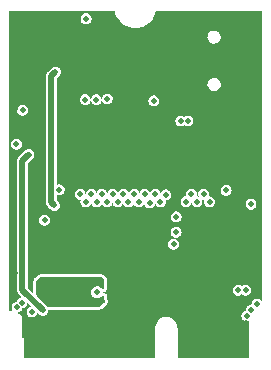
<source format=gbr>
G04 #@! TF.GenerationSoftware,KiCad,Pcbnew,(6.0.1)*
G04 #@! TF.CreationDate,2022-02-18T21:00:09+08:00*
G04 #@! TF.ProjectId,STM32_FOC_Board,53544d33-325f-4464-9f43-5f426f617264,rev?*
G04 #@! TF.SameCoordinates,Original*
G04 #@! TF.FileFunction,Copper,L3,Inr*
G04 #@! TF.FilePolarity,Positive*
%FSLAX46Y46*%
G04 Gerber Fmt 4.6, Leading zero omitted, Abs format (unit mm)*
G04 Created by KiCad (PCBNEW (6.0.1)) date 2022-02-18 21:00:09*
%MOMM*%
%LPD*%
G01*
G04 APERTURE LIST*
G04 #@! TA.AperFunction,ComponentPad*
%ADD10O,1.999000X1.000800*%
G04 #@! TD*
G04 #@! TA.AperFunction,ViaPad*
%ADD11C,0.508000*%
G04 #@! TD*
G04 #@! TA.AperFunction,Conductor*
%ADD12C,0.508000*%
G04 #@! TD*
G04 APERTURE END LIST*
D10*
X148799600Y-82757000D03*
X148799600Y-89955400D03*
X145330000Y-82757000D03*
X145330000Y-89955400D03*
D11*
X132943600Y-102235000D03*
X129563710Y-86691604D03*
X146068800Y-93625600D03*
X131336800Y-98895900D03*
X133597400Y-92812800D03*
X143556000Y-108215121D03*
X129768600Y-104317800D03*
X129582500Y-99403900D03*
X131362200Y-97549200D03*
X148227800Y-95733800D03*
X147542000Y-95048000D03*
X129563710Y-89231604D03*
X133673600Y-95187500D03*
X140404600Y-87923100D03*
X149828000Y-93727200D03*
X149352000Y-108585000D03*
X129563710Y-84151604D03*
X134264400Y-87147400D03*
X144195800Y-84480400D03*
X149883710Y-96851604D03*
X136188200Y-92457200D03*
X136721600Y-91974600D03*
X139210800Y-87948500D03*
X146761200Y-94234000D03*
X143122400Y-105601500D03*
X147834383Y-91733583D03*
X149883710Y-91771604D03*
X142087600Y-83489800D03*
X150005800Y-100318300D03*
X129743200Y-102895400D03*
X133172200Y-103606600D03*
X132835400Y-108116100D03*
X132835400Y-108725700D03*
X148498922Y-92398122D03*
X143437897Y-106653597D03*
X132156200Y-83566000D03*
X142087600Y-82651600D03*
X131241800Y-91186000D03*
X149163461Y-93062661D03*
X145516600Y-84480400D03*
X137966200Y-90755400D03*
X144856200Y-84480400D03*
X143230600Y-101904800D03*
X137610600Y-89587000D03*
X149777200Y-98514900D03*
X135813800Y-82804000D03*
X149430065Y-107955318D03*
X141547600Y-89751900D03*
X149802600Y-107455700D03*
X129971800Y-107213400D03*
X136677400Y-89662000D03*
X150290479Y-106959400D03*
X130454400Y-90551000D03*
X133546600Y-97295700D03*
X129922848Y-93434900D03*
X136759700Y-105969800D03*
X130378200Y-106857800D03*
X135737600Y-89662000D03*
X132161800Y-107506500D03*
X130987800Y-94318400D03*
X133140200Y-98616500D03*
X133223000Y-87325200D03*
X132073400Y-105093500D03*
X136670800Y-104966500D03*
X136051989Y-106753711D03*
X132302000Y-99886500D03*
X131235200Y-107633500D03*
X147670600Y-97342800D03*
X146272000Y-98311700D03*
X145764000Y-97676700D03*
X145205200Y-98311700D03*
X144725078Y-97676700D03*
X144281078Y-98298000D03*
X143439400Y-99589800D03*
X143433800Y-100888800D03*
X142551400Y-97713800D03*
X142107389Y-98297511D03*
X141663389Y-97676700D03*
X141205200Y-98400100D03*
X140773400Y-97676700D03*
X140289800Y-98311700D03*
X139884400Y-97676700D03*
X139401800Y-98311700D03*
X138970000Y-97676700D03*
X138499600Y-98311700D03*
X138055600Y-97676700D03*
X137598400Y-98311700D03*
X137154400Y-97676700D03*
X136709400Y-98311700D03*
X136254533Y-97676700D03*
X135795000Y-98319800D03*
X135313962Y-97676700D03*
X149315237Y-105791000D03*
X143835200Y-91473329D03*
X144444800Y-91473329D03*
X148705637Y-105791000D03*
D12*
X130935900Y-94318400D02*
X130987800Y-94318400D01*
X132161800Y-107506500D02*
X130429000Y-105773700D01*
X130429000Y-94825300D02*
X130935900Y-94318400D01*
X130429000Y-105773700D02*
X130429000Y-94825300D01*
X133140200Y-98616500D02*
X132886200Y-98362500D01*
X132886200Y-87662000D02*
X133223000Y-87325200D01*
X132886200Y-98362500D02*
X132886200Y-87662000D01*
G04 #@! TA.AperFunction,Conductor*
G36*
X137123971Y-104717122D02*
G01*
X137138037Y-104727615D01*
X137313545Y-104878649D01*
X137352132Y-104938244D01*
X137357347Y-104972496D01*
X137364976Y-105552294D01*
X137345872Y-105620672D01*
X137292833Y-105667867D01*
X137222698Y-105678895D01*
X137157735Y-105650254D01*
X137143538Y-105636204D01*
X137097413Y-105582673D01*
X136975185Y-105503448D01*
X136835634Y-105461714D01*
X136826658Y-105461659D01*
X136826657Y-105461659D01*
X136765344Y-105461285D01*
X136689979Y-105460824D01*
X136549929Y-105500851D01*
X136426742Y-105578576D01*
X136330322Y-105687751D01*
X136268419Y-105819600D01*
X136267039Y-105828465D01*
X136267038Y-105828467D01*
X136259345Y-105877877D01*
X136246009Y-105963524D01*
X136247173Y-105972426D01*
X136247173Y-105972429D01*
X136258796Y-106061314D01*
X136264895Y-106107952D01*
X136268509Y-106116165D01*
X136268510Y-106116169D01*
X136272832Y-106125991D01*
X136323559Y-106241274D01*
X136329334Y-106248144D01*
X136329335Y-106248146D01*
X136336840Y-106257074D01*
X136417283Y-106352773D01*
X136424760Y-106357750D01*
X136531061Y-106428510D01*
X136531063Y-106428511D01*
X136538534Y-106433484D01*
X136677564Y-106476921D01*
X136823198Y-106479590D01*
X136893462Y-106460434D01*
X136955063Y-106443639D01*
X136955064Y-106443639D01*
X136963726Y-106441277D01*
X136972059Y-106436161D01*
X137025790Y-106403170D01*
X137087854Y-106365063D01*
X137156364Y-106289375D01*
X137216904Y-106252296D01*
X137287884Y-106253833D01*
X137346765Y-106293501D01*
X137374853Y-106358705D01*
X137375765Y-106372274D01*
X137381209Y-106785957D01*
X137362105Y-106854335D01*
X137335734Y-106884535D01*
X137014407Y-107151471D01*
X136949227Y-107179614D01*
X136934750Y-107180548D01*
X135552808Y-107189949D01*
X133249555Y-107205618D01*
X133242415Y-107205463D01*
X133021465Y-107194373D01*
X132862622Y-107186399D01*
X132862608Y-107186399D01*
X132861041Y-107186320D01*
X132614952Y-107186320D01*
X132546831Y-107166318D01*
X132519499Y-107142568D01*
X132505372Y-107126173D01*
X132499513Y-107119373D01*
X132491980Y-107114490D01*
X132485732Y-107109040D01*
X132473877Y-107099449D01*
X132160385Y-106785957D01*
X131653255Y-106278828D01*
X131619231Y-106216516D01*
X131616351Y-106189749D01*
X131616207Y-105022630D01*
X131636201Y-104954506D01*
X131657924Y-104928953D01*
X131859224Y-104747807D01*
X131923240Y-104717109D01*
X131943375Y-104715468D01*
X134120000Y-104713191D01*
X135197028Y-104712064D01*
X135198225Y-104712017D01*
X135198231Y-104712017D01*
X135576123Y-104697217D01*
X135581054Y-104697120D01*
X137055850Y-104697120D01*
X137123971Y-104717122D01*
G37*
G04 #@! TD.AperFunction*
G04 #@! TA.AperFunction,Conductor*
G36*
X138256733Y-82172427D02*
G01*
X138259905Y-82178272D01*
X138290979Y-82324786D01*
X138377567Y-82560502D01*
X138377771Y-82560879D01*
X138377771Y-82560880D01*
X138382837Y-82570263D01*
X138496872Y-82781468D01*
X138646457Y-82983170D01*
X138710330Y-83047588D01*
X138822970Y-83161190D01*
X138822974Y-83161193D01*
X138823267Y-83161489D01*
X139023691Y-83312782D01*
X139243636Y-83433959D01*
X139244025Y-83434106D01*
X139244028Y-83434107D01*
X139255410Y-83438398D01*
X139478608Y-83522546D01*
X139603667Y-83550183D01*
X139723395Y-83576642D01*
X139723399Y-83576643D01*
X139723808Y-83576733D01*
X139974229Y-83595412D01*
X140224755Y-83578204D01*
X140225162Y-83578117D01*
X140225166Y-83578116D01*
X140324186Y-83556842D01*
X140470270Y-83525458D01*
X140600543Y-83477215D01*
X140705365Y-83438398D01*
X140705371Y-83438395D01*
X140705758Y-83438252D01*
X140926410Y-83318368D01*
X141127719Y-83168255D01*
X141305574Y-82990977D01*
X141445948Y-82804000D01*
X141456092Y-82790489D01*
X141456094Y-82790487D01*
X141456341Y-82790157D01*
X141460914Y-82781806D01*
X141561331Y-82598405D01*
X141576941Y-82569895D01*
X141628535Y-82431950D01*
X141664767Y-82335078D01*
X141664768Y-82335073D01*
X141664911Y-82334692D01*
X141699062Y-82178205D01*
X141704174Y-82170853D01*
X141710493Y-82169000D01*
X150659300Y-82169000D01*
X150667573Y-82172427D01*
X150671000Y-82180700D01*
X150671000Y-106668280D01*
X150667573Y-106676553D01*
X150659300Y-106679980D01*
X150650437Y-106675917D01*
X150595001Y-106611581D01*
X150594998Y-106611578D01*
X150594454Y-106610947D01*
X150593759Y-106610496D01*
X150593756Y-106610494D01*
X150485136Y-106540090D01*
X150484437Y-106539637D01*
X150372908Y-106506283D01*
X150359627Y-106502311D01*
X150359625Y-106502311D01*
X150358827Y-106502072D01*
X150290983Y-106501657D01*
X150228555Y-106501276D01*
X150228554Y-106501276D01*
X150227723Y-106501271D01*
X150149209Y-106523711D01*
X150102461Y-106537071D01*
X150102460Y-106537072D01*
X150101664Y-106537299D01*
X149990784Y-106607259D01*
X149990236Y-106607880D01*
X149990232Y-106607883D01*
X149944428Y-106659748D01*
X149903996Y-106705528D01*
X149848277Y-106824205D01*
X149828107Y-106953751D01*
X149828215Y-106954577D01*
X149832173Y-106984847D01*
X149829848Y-106993495D01*
X149822089Y-106997965D01*
X149820500Y-106998064D01*
X149740677Y-106997576D01*
X149740676Y-106997576D01*
X149739844Y-106997571D01*
X149690751Y-107011602D01*
X149614582Y-107033371D01*
X149614581Y-107033372D01*
X149613785Y-107033599D01*
X149502905Y-107103559D01*
X149502357Y-107104180D01*
X149502353Y-107104183D01*
X149456549Y-107156048D01*
X149416117Y-107201828D01*
X149360398Y-107320505D01*
X149340228Y-107450051D01*
X149340336Y-107450877D01*
X149345838Y-107492955D01*
X149343513Y-107501603D01*
X149337452Y-107505722D01*
X149242047Y-107532989D01*
X149242046Y-107532990D01*
X149241250Y-107533217D01*
X149130370Y-107603177D01*
X149129822Y-107603798D01*
X149129818Y-107603801D01*
X149091590Y-107647087D01*
X149043582Y-107701446D01*
X148987863Y-107820123D01*
X148967693Y-107949669D01*
X148984692Y-108079668D01*
X148985028Y-108080431D01*
X148985028Y-108080432D01*
X148989220Y-108089959D01*
X149037495Y-108199672D01*
X149121856Y-108300031D01*
X149122549Y-108300493D01*
X149122551Y-108300494D01*
X149212456Y-108360340D01*
X149230994Y-108372680D01*
X149356135Y-108411777D01*
X149430662Y-108413143D01*
X149486388Y-108414164D01*
X149486390Y-108414164D01*
X149487219Y-108414179D01*
X149583721Y-108387869D01*
X149592605Y-108388999D01*
X149598087Y-108396079D01*
X149598417Y-108400537D01*
X149598244Y-108401994D01*
X149598108Y-108402862D01*
X149595984Y-108413710D01*
X149596143Y-108414723D01*
X149600858Y-108444760D01*
X149601000Y-108446574D01*
X149601000Y-111539300D01*
X149597573Y-111547573D01*
X149589300Y-111551000D01*
X143570700Y-111551000D01*
X143562427Y-111547573D01*
X143559000Y-111539300D01*
X143559000Y-109042166D01*
X143559207Y-109039976D01*
X143563851Y-109015602D01*
X143564043Y-109014595D01*
X143562521Y-109005208D01*
X143562408Y-109004281D01*
X143552499Y-108882074D01*
X143548824Y-108836743D01*
X143501196Y-108664793D01*
X143442132Y-108545434D01*
X143422310Y-108505377D01*
X143422307Y-108505372D01*
X143422062Y-108504877D01*
X143314248Y-108362710D01*
X143181607Y-108243372D01*
X143028878Y-108151126D01*
X142861520Y-108089268D01*
X142860985Y-108089179D01*
X142860981Y-108089178D01*
X142686058Y-108060101D01*
X142686057Y-108060101D01*
X142685510Y-108060010D01*
X142609816Y-108061871D01*
X142507698Y-108064382D01*
X142507695Y-108064382D01*
X142507140Y-108064396D01*
X142506599Y-108064514D01*
X142506595Y-108064514D01*
X142333319Y-108102153D01*
X142333318Y-108102153D01*
X142332781Y-108102270D01*
X142168665Y-108172278D01*
X142020655Y-108271920D01*
X141894040Y-108397633D01*
X141793344Y-108544928D01*
X141722165Y-108708539D01*
X141722044Y-108709078D01*
X141693234Y-108837290D01*
X141683047Y-108882623D01*
X141678163Y-109036501D01*
X141677715Y-109050603D01*
X141677648Y-109051529D01*
X141676586Y-109061008D01*
X141676827Y-109062002D01*
X141680672Y-109077891D01*
X141681000Y-109080643D01*
X141681000Y-111539300D01*
X141677573Y-111547573D01*
X141669300Y-111551000D01*
X130586500Y-111551000D01*
X130578227Y-111547573D01*
X130574800Y-111539300D01*
X130574800Y-109829600D01*
X130420700Y-109829600D01*
X130412427Y-109826173D01*
X130409000Y-109817900D01*
X130409000Y-108392800D01*
X130409215Y-108390568D01*
X130413829Y-108366829D01*
X130413829Y-108366828D01*
X130414024Y-108365825D01*
X130411604Y-108350546D01*
X130411500Y-108349682D01*
X130409039Y-108319681D01*
X130409000Y-108318724D01*
X130409000Y-108311218D01*
X130407869Y-108304805D01*
X130407730Y-108303731D01*
X130399829Y-108207420D01*
X130399782Y-108206846D01*
X130355639Y-108053584D01*
X130282129Y-107912042D01*
X130182140Y-107787785D01*
X130165699Y-107774087D01*
X130060049Y-107686065D01*
X130060045Y-107686062D01*
X130059603Y-107685694D01*
X130059095Y-107685419D01*
X130059092Y-107685417D01*
X130058506Y-107685100D01*
X130052863Y-107678146D01*
X130053790Y-107669240D01*
X130061000Y-107663525D01*
X130155444Y-107637776D01*
X130170264Y-107628677D01*
X130266466Y-107569609D01*
X130266467Y-107569608D01*
X130267171Y-107569176D01*
X130268304Y-107567925D01*
X130294213Y-107539300D01*
X130355153Y-107471975D01*
X130361170Y-107459557D01*
X130397778Y-107383996D01*
X130412317Y-107353987D01*
X130416976Y-107326296D01*
X130421727Y-107318707D01*
X130428727Y-107316540D01*
X130434522Y-107316646D01*
X130434524Y-107316646D01*
X130435354Y-107316661D01*
X130561844Y-107282176D01*
X130563900Y-107280914D01*
X130672866Y-107214009D01*
X130672867Y-107214008D01*
X130673571Y-107213576D01*
X130761553Y-107116375D01*
X130779219Y-107079913D01*
X130793024Y-107051418D01*
X130818717Y-106998387D01*
X130840469Y-106869098D01*
X130840572Y-106860659D01*
X130844099Y-106852428D01*
X130852414Y-106849103D01*
X130860544Y-106852529D01*
X131166895Y-107158880D01*
X131170322Y-107167153D01*
X131166895Y-107175426D01*
X131161839Y-107178402D01*
X131082129Y-107201183D01*
X131047182Y-107211171D01*
X131047181Y-107211172D01*
X131046385Y-107211399D01*
X130935505Y-107281359D01*
X130934957Y-107281980D01*
X130934953Y-107281983D01*
X130900205Y-107321329D01*
X130848717Y-107379628D01*
X130792998Y-107498305D01*
X130772828Y-107627851D01*
X130789827Y-107757850D01*
X130790163Y-107758613D01*
X130790163Y-107758614D01*
X130796608Y-107773262D01*
X130842630Y-107877854D01*
X130858365Y-107896573D01*
X130917180Y-107966541D01*
X130926991Y-107978213D01*
X130927684Y-107978675D01*
X130927686Y-107978676D01*
X131004146Y-108029572D01*
X131036129Y-108050862D01*
X131161270Y-108089959D01*
X131235797Y-108091325D01*
X131291523Y-108092346D01*
X131291525Y-108092346D01*
X131292354Y-108092361D01*
X131418844Y-108057876D01*
X131425835Y-108053584D01*
X131529866Y-107989709D01*
X131529867Y-107989708D01*
X131530571Y-107989276D01*
X131618553Y-107892075D01*
X131625133Y-107878495D01*
X131675351Y-107774842D01*
X131675717Y-107774087D01*
X131677980Y-107760640D01*
X131687273Y-107705402D01*
X131692025Y-107697812D01*
X131700752Y-107695805D01*
X131707084Y-107699070D01*
X131823515Y-107815501D01*
X131824198Y-107816246D01*
X131853591Y-107851213D01*
X131854284Y-107851675D01*
X131854286Y-107851676D01*
X131865187Y-107858932D01*
X131893614Y-107877854D01*
X131898801Y-107881307D01*
X131899262Y-107881631D01*
X131913402Y-107892075D01*
X131941141Y-107912563D01*
X131945209Y-107915568D01*
X131954539Y-107918845D01*
X131957140Y-107920142D01*
X131958970Y-107921360D01*
X131962037Y-107923402D01*
X131962040Y-107923403D01*
X131962729Y-107923862D01*
X132017815Y-107941073D01*
X132018143Y-107941182D01*
X132075067Y-107961172D01*
X132081622Y-107961429D01*
X132084650Y-107961953D01*
X132087870Y-107962959D01*
X132117157Y-107963495D01*
X132148996Y-107964079D01*
X132149241Y-107964086D01*
X132211721Y-107966541D01*
X132211723Y-107966541D01*
X132212593Y-107966575D01*
X132215709Y-107965749D01*
X132217306Y-107965567D01*
X132217291Y-107965449D01*
X132218122Y-107965346D01*
X132218954Y-107965361D01*
X132235383Y-107960882D01*
X132282077Y-107948152D01*
X132282155Y-107948131D01*
X132344783Y-107931525D01*
X132345628Y-107931301D01*
X132401312Y-107896573D01*
X132457171Y-107862276D01*
X132457728Y-107861660D01*
X132458370Y-107861128D01*
X132458439Y-107861211D01*
X132459678Y-107860173D01*
X132461668Y-107858932D01*
X132461669Y-107858931D01*
X132462410Y-107858469D01*
X132468305Y-107851676D01*
X132503931Y-107810621D01*
X132504094Y-107810438D01*
X132544589Y-107765699D01*
X132544591Y-107765695D01*
X132545153Y-107765075D01*
X132546626Y-107762035D01*
X132548318Y-107759469D01*
X132552044Y-107755175D01*
X132552614Y-107754518D01*
X132577008Y-107699338D01*
X132577172Y-107698986D01*
X132577741Y-107697812D01*
X132602317Y-107647087D01*
X132603431Y-107640467D01*
X132604267Y-107637678D01*
X132607912Y-107629435D01*
X132607913Y-107629433D01*
X132608264Y-107628638D01*
X132614978Y-107571919D01*
X132615057Y-107571364D01*
X132615353Y-107569609D01*
X132624069Y-107517798D01*
X132624207Y-107506500D01*
X132623610Y-107502329D01*
X132623573Y-107499296D01*
X132624339Y-107492826D01*
X132624339Y-107492823D01*
X132624441Y-107491960D01*
X132624285Y-107491106D01*
X132624285Y-107491103D01*
X132617531Y-107454122D01*
X132619416Y-107445368D01*
X132626939Y-107440510D01*
X132629041Y-107440320D01*
X132854380Y-107440320D01*
X132854967Y-107440335D01*
X133008726Y-107448054D01*
X133008732Y-107448054D01*
X133152280Y-107455259D01*
X133201989Y-107457754D01*
X133229682Y-107459144D01*
X133233788Y-107459291D01*
X133236837Y-107459401D01*
X133236902Y-107459403D01*
X133244042Y-107459558D01*
X133251283Y-107459612D01*
X135554536Y-107443943D01*
X136936478Y-107434542D01*
X136943654Y-107434286D01*
X136951049Y-107434023D01*
X136951053Y-107434023D01*
X136951103Y-107434021D01*
X136960444Y-107433418D01*
X136965086Y-107433119D01*
X136965087Y-107433119D01*
X136965580Y-107433087D01*
X136966055Y-107432973D01*
X136966060Y-107432972D01*
X137013441Y-107421577D01*
X137049913Y-107412806D01*
X137050374Y-107412607D01*
X137114712Y-107384828D01*
X137114718Y-107384825D01*
X137115093Y-107384663D01*
X137116539Y-107383776D01*
X137165081Y-107353987D01*
X137176713Y-107346849D01*
X137177037Y-107346580D01*
X137497871Y-107080054D01*
X137497879Y-107080046D01*
X137498040Y-107079913D01*
X137499791Y-107078205D01*
X137526881Y-107051774D01*
X137526885Y-107051770D01*
X137527058Y-107051601D01*
X137553429Y-107021401D01*
X137561960Y-107011096D01*
X137606737Y-106922682D01*
X137625841Y-106854304D01*
X137626073Y-106852529D01*
X137635134Y-106783024D01*
X137635134Y-106783020D01*
X137635187Y-106782615D01*
X137634831Y-106755500D01*
X137629744Y-106368981D01*
X137629743Y-106368964D01*
X137629743Y-106368932D01*
X137629193Y-106355241D01*
X137628281Y-106341672D01*
X137608130Y-106258216D01*
X137586761Y-106208609D01*
X137580148Y-106193257D01*
X137580144Y-106193249D01*
X137580042Y-106193012D01*
X137558494Y-106153191D01*
X137557910Y-106152602D01*
X137557908Y-106152600D01*
X137489085Y-106083251D01*
X137488683Y-106082846D01*
X137485481Y-106080689D01*
X137430024Y-106043327D01*
X137430015Y-106043322D01*
X137429802Y-106043178D01*
X137415602Y-106035354D01*
X137390877Y-106021731D01*
X137390875Y-106021730D01*
X137390143Y-106021327D01*
X137389325Y-106021146D01*
X137389323Y-106021145D01*
X137293944Y-106000017D01*
X137293941Y-106000017D01*
X137293383Y-105999893D01*
X137232608Y-105998577D01*
X137224411Y-105994972D01*
X137221164Y-105986627D01*
X137221323Y-105984939D01*
X137221895Y-105981538D01*
X137221969Y-105981098D01*
X137222107Y-105969800D01*
X137218107Y-105941869D01*
X137220327Y-105933193D01*
X137228030Y-105928628D01*
X137230161Y-105928520D01*
X137245785Y-105929151D01*
X137262152Y-105929812D01*
X137262724Y-105929722D01*
X137262725Y-105929722D01*
X137301461Y-105923631D01*
X137332287Y-105918784D01*
X137332526Y-105918724D01*
X137332532Y-105918723D01*
X137350004Y-105914350D01*
X137376211Y-105907792D01*
X137376930Y-105907370D01*
X137461190Y-105857909D01*
X137461193Y-105857907D01*
X137461680Y-105857621D01*
X137488187Y-105834035D01*
X137514542Y-105810584D01*
X137514548Y-105810578D01*
X137514719Y-105810426D01*
X137521945Y-105802738D01*
X137538286Y-105785351D01*
X148243265Y-105785351D01*
X148260264Y-105915350D01*
X148260600Y-105916113D01*
X148260600Y-105916114D01*
X148297464Y-105999893D01*
X148313067Y-106035354D01*
X148325987Y-106050724D01*
X148396777Y-106134938D01*
X148397428Y-106135713D01*
X148398121Y-106136175D01*
X148398123Y-106136176D01*
X148424787Y-106153925D01*
X148506566Y-106208362D01*
X148631707Y-106247459D01*
X148706234Y-106248825D01*
X148761960Y-106249846D01*
X148761962Y-106249846D01*
X148762791Y-106249861D01*
X148889281Y-106215376D01*
X149001008Y-106146776D01*
X149002755Y-106144846D01*
X149010847Y-106141012D01*
X149017911Y-106142958D01*
X149116166Y-106208362D01*
X149241307Y-106247459D01*
X149315834Y-106248825D01*
X149371560Y-106249846D01*
X149371562Y-106249846D01*
X149372391Y-106249861D01*
X149498881Y-106215376D01*
X149610608Y-106146776D01*
X149698590Y-106049575D01*
X149700435Y-106045768D01*
X149755388Y-105932342D01*
X149755754Y-105931587D01*
X149757902Y-105918823D01*
X149777432Y-105802738D01*
X149777506Y-105802298D01*
X149777644Y-105791000D01*
X149777372Y-105789097D01*
X149759176Y-105662043D01*
X149759058Y-105661218D01*
X149758713Y-105660459D01*
X149705136Y-105542623D01*
X149705135Y-105542622D01*
X149704793Y-105541869D01*
X149619212Y-105442547D01*
X149618517Y-105442096D01*
X149618514Y-105442094D01*
X149509894Y-105371690D01*
X149509195Y-105371237D01*
X149446390Y-105352455D01*
X149384385Y-105333911D01*
X149384383Y-105333911D01*
X149383585Y-105333672D01*
X149315741Y-105333257D01*
X149253313Y-105332876D01*
X149253312Y-105332876D01*
X149252481Y-105332871D01*
X149173967Y-105355311D01*
X149127219Y-105368671D01*
X149127218Y-105368672D01*
X149126422Y-105368899D01*
X149121999Y-105371690D01*
X149015982Y-105438581D01*
X149007157Y-105440097D01*
X149003375Y-105438504D01*
X148900294Y-105371690D01*
X148899595Y-105371237D01*
X148836790Y-105352455D01*
X148774785Y-105333911D01*
X148774783Y-105333911D01*
X148773985Y-105333672D01*
X148706141Y-105333257D01*
X148643713Y-105332876D01*
X148643712Y-105332876D01*
X148642881Y-105332871D01*
X148564367Y-105355311D01*
X148517619Y-105368671D01*
X148517618Y-105368672D01*
X148516822Y-105368899D01*
X148405942Y-105438859D01*
X148405394Y-105439480D01*
X148405390Y-105439483D01*
X148359586Y-105491348D01*
X148319154Y-105537128D01*
X148263435Y-105655805D01*
X148243265Y-105785351D01*
X137538286Y-105785351D01*
X137545155Y-105778042D01*
X137545156Y-105778040D01*
X137545727Y-105777433D01*
X137590504Y-105689019D01*
X137599554Y-105656629D01*
X137609495Y-105621045D01*
X137609608Y-105620641D01*
X137613924Y-105587541D01*
X137618901Y-105549361D01*
X137618901Y-105549357D01*
X137618954Y-105548952D01*
X137618809Y-105537882D01*
X137611328Y-104969352D01*
X137611327Y-104969341D01*
X137611325Y-104969154D01*
X137608453Y-104934264D01*
X137603238Y-104900012D01*
X137565341Y-104800194D01*
X137526754Y-104740599D01*
X137479224Y-104686123D01*
X137303716Y-104535089D01*
X137289913Y-104524023D01*
X137275847Y-104513530D01*
X137224900Y-104488081D01*
X137195998Y-104473644D01*
X137195995Y-104473643D01*
X137195531Y-104473411D01*
X137157694Y-104462301D01*
X137127807Y-104453525D01*
X137127800Y-104453523D01*
X137127410Y-104453409D01*
X137127007Y-104453351D01*
X137127002Y-104453350D01*
X137082045Y-104446886D01*
X137055850Y-104443120D01*
X135581041Y-104443120D01*
X135576058Y-104443169D01*
X135571127Y-104443266D01*
X135566183Y-104443412D01*
X135360743Y-104451458D01*
X135192165Y-104458060D01*
X135191719Y-104458069D01*
X134119734Y-104459191D01*
X131943109Y-104461468D01*
X131943017Y-104461472D01*
X131943006Y-104461472D01*
X131922886Y-104462301D01*
X131922882Y-104462301D01*
X131922742Y-104462307D01*
X131922611Y-104462318D01*
X131922589Y-104462319D01*
X131903141Y-104463904D01*
X131903136Y-104463905D01*
X131902607Y-104463948D01*
X131902094Y-104464087D01*
X131902093Y-104464087D01*
X131868176Y-104473264D01*
X131813413Y-104488081D01*
X131749397Y-104518779D01*
X131689319Y-104558999D01*
X131689013Y-104559274D01*
X131689007Y-104559279D01*
X131548051Y-104686123D01*
X131488019Y-104740145D01*
X131464402Y-104764437D01*
X131442679Y-104789990D01*
X131392481Y-104882976D01*
X131392308Y-104883567D01*
X131377375Y-104934447D01*
X131372487Y-104951100D01*
X131362207Y-105022661D01*
X131362331Y-106021731D01*
X131362332Y-106031499D01*
X131358906Y-106039772D01*
X131350633Y-106043200D01*
X131342359Y-106039773D01*
X130890127Y-105587541D01*
X130886700Y-105579268D01*
X130886700Y-101899151D01*
X142768228Y-101899151D01*
X142785227Y-102029150D01*
X142838030Y-102149154D01*
X142922391Y-102249513D01*
X142923084Y-102249975D01*
X142923086Y-102249976D01*
X142939661Y-102261009D01*
X143031529Y-102322162D01*
X143156670Y-102361259D01*
X143231197Y-102362625D01*
X143286923Y-102363646D01*
X143286925Y-102363646D01*
X143287754Y-102363661D01*
X143414244Y-102329176D01*
X143525971Y-102260576D01*
X143613953Y-102163375D01*
X143620533Y-102149795D01*
X143670751Y-102046142D01*
X143671117Y-102045387D01*
X143692869Y-101916098D01*
X143693007Y-101904800D01*
X143692081Y-101898330D01*
X143674539Y-101775843D01*
X143674421Y-101775018D01*
X143674076Y-101774259D01*
X143620499Y-101656423D01*
X143620498Y-101656422D01*
X143620156Y-101655669D01*
X143534575Y-101556347D01*
X143533880Y-101555896D01*
X143533877Y-101555894D01*
X143425257Y-101485490D01*
X143424558Y-101485037D01*
X143361753Y-101466254D01*
X143299748Y-101447711D01*
X143299746Y-101447711D01*
X143298948Y-101447472D01*
X143231104Y-101447057D01*
X143168676Y-101446676D01*
X143168675Y-101446676D01*
X143167844Y-101446671D01*
X143089330Y-101469111D01*
X143042582Y-101482471D01*
X143042581Y-101482472D01*
X143041785Y-101482699D01*
X142930905Y-101552659D01*
X142930357Y-101553280D01*
X142930353Y-101553283D01*
X142927091Y-101556977D01*
X142844117Y-101650928D01*
X142788398Y-101769605D01*
X142768228Y-101899151D01*
X130886700Y-101899151D01*
X130886700Y-100883151D01*
X142971428Y-100883151D01*
X142988427Y-101013150D01*
X143041230Y-101133154D01*
X143125591Y-101233513D01*
X143126284Y-101233975D01*
X143126286Y-101233976D01*
X143142861Y-101245009D01*
X143234729Y-101306162D01*
X143359870Y-101345259D01*
X143434397Y-101346625D01*
X143490123Y-101347646D01*
X143490125Y-101347646D01*
X143490954Y-101347661D01*
X143617444Y-101313176D01*
X143729171Y-101244576D01*
X143817153Y-101147375D01*
X143823733Y-101133795D01*
X143873951Y-101030142D01*
X143874317Y-101029387D01*
X143896069Y-100900098D01*
X143896207Y-100888800D01*
X143895281Y-100882330D01*
X143877739Y-100759843D01*
X143877621Y-100759018D01*
X143877276Y-100758259D01*
X143823699Y-100640423D01*
X143823698Y-100640422D01*
X143823356Y-100639669D01*
X143737775Y-100540347D01*
X143737080Y-100539896D01*
X143737077Y-100539894D01*
X143628457Y-100469490D01*
X143627758Y-100469037D01*
X143564953Y-100450254D01*
X143502948Y-100431711D01*
X143502946Y-100431711D01*
X143502148Y-100431472D01*
X143434304Y-100431057D01*
X143371876Y-100430676D01*
X143371875Y-100430676D01*
X143371044Y-100430671D01*
X143292530Y-100453111D01*
X143245782Y-100466471D01*
X143245781Y-100466472D01*
X143244985Y-100466699D01*
X143134105Y-100536659D01*
X143133557Y-100537280D01*
X143133553Y-100537283D01*
X143130291Y-100540977D01*
X143047317Y-100634928D01*
X142991598Y-100753605D01*
X142971428Y-100883151D01*
X130886700Y-100883151D01*
X130886700Y-99880851D01*
X131839628Y-99880851D01*
X131856627Y-100010850D01*
X131909430Y-100130854D01*
X131993791Y-100231213D01*
X131994484Y-100231675D01*
X131994486Y-100231676D01*
X132011061Y-100242709D01*
X132102929Y-100303862D01*
X132228070Y-100342959D01*
X132302597Y-100344325D01*
X132358323Y-100345346D01*
X132358325Y-100345346D01*
X132359154Y-100345361D01*
X132485644Y-100310876D01*
X132597371Y-100242276D01*
X132685353Y-100145075D01*
X132691933Y-100131495D01*
X132711685Y-100090724D01*
X132742517Y-100027087D01*
X132764269Y-99897798D01*
X132764407Y-99886500D01*
X132763481Y-99880030D01*
X132745939Y-99757543D01*
X132745821Y-99756718D01*
X132745476Y-99755959D01*
X132691899Y-99638123D01*
X132691898Y-99638122D01*
X132691556Y-99637369D01*
X132645701Y-99584151D01*
X142977028Y-99584151D01*
X142994027Y-99714150D01*
X142994363Y-99714913D01*
X142994363Y-99714914D01*
X143010738Y-99752129D01*
X143046830Y-99834154D01*
X143085393Y-99880030D01*
X143100699Y-99898238D01*
X143131191Y-99934513D01*
X143131884Y-99934975D01*
X143131886Y-99934976D01*
X143148461Y-99946009D01*
X143240329Y-100007162D01*
X143365470Y-100046259D01*
X143439997Y-100047625D01*
X143495723Y-100048646D01*
X143495725Y-100048646D01*
X143496554Y-100048661D01*
X143623044Y-100014176D01*
X143734771Y-99945576D01*
X143822753Y-99848375D01*
X143829333Y-99834795D01*
X143867160Y-99756718D01*
X143879917Y-99730387D01*
X143896238Y-99633382D01*
X143901595Y-99601538D01*
X143901669Y-99601098D01*
X143901807Y-99589800D01*
X143900881Y-99583330D01*
X143883339Y-99460843D01*
X143883221Y-99460018D01*
X143882876Y-99459259D01*
X143829299Y-99341423D01*
X143829298Y-99341422D01*
X143828956Y-99340669D01*
X143743375Y-99241347D01*
X143742680Y-99240896D01*
X143742677Y-99240894D01*
X143634057Y-99170490D01*
X143633358Y-99170037D01*
X143570553Y-99151255D01*
X143508548Y-99132711D01*
X143508546Y-99132711D01*
X143507748Y-99132472D01*
X143439904Y-99132057D01*
X143377476Y-99131676D01*
X143377475Y-99131676D01*
X143376644Y-99131671D01*
X143298130Y-99154111D01*
X143251382Y-99167471D01*
X143251381Y-99167472D01*
X143250585Y-99167699D01*
X143139705Y-99237659D01*
X143139157Y-99238280D01*
X143139153Y-99238283D01*
X143135891Y-99241977D01*
X143052917Y-99335928D01*
X142997198Y-99454605D01*
X142977028Y-99584151D01*
X132645701Y-99584151D01*
X132605975Y-99538047D01*
X132605280Y-99537596D01*
X132605277Y-99537594D01*
X132496657Y-99467190D01*
X132495958Y-99466737D01*
X132433153Y-99447954D01*
X132371148Y-99429411D01*
X132371146Y-99429411D01*
X132370348Y-99429172D01*
X132302504Y-99428757D01*
X132240076Y-99428376D01*
X132240075Y-99428376D01*
X132239244Y-99428371D01*
X132160730Y-99450811D01*
X132113982Y-99464171D01*
X132113981Y-99464172D01*
X132113185Y-99464399D01*
X132002305Y-99534359D01*
X132001757Y-99534980D01*
X132001753Y-99534983D01*
X131998491Y-99538677D01*
X131915517Y-99632628D01*
X131859798Y-99751305D01*
X131839628Y-99880851D01*
X130886700Y-99880851D01*
X130886700Y-98377040D01*
X132423558Y-98377040D01*
X132423714Y-98377894D01*
X132423714Y-98377897D01*
X132434600Y-98437503D01*
X132434660Y-98437865D01*
X132438160Y-98461142D01*
X132443792Y-98498602D01*
X132444171Y-98499390D01*
X132444172Y-98499395D01*
X132446286Y-98503797D01*
X132447249Y-98506759D01*
X132448285Y-98512431D01*
X132448688Y-98513206D01*
X132448688Y-98513207D01*
X132476607Y-98566954D01*
X132476771Y-98567282D01*
X132481736Y-98577622D01*
X132503369Y-98622672D01*
X132507284Y-98626907D01*
X132509073Y-98629453D01*
X132511730Y-98634568D01*
X132516109Y-98639694D01*
X132555554Y-98679139D01*
X132555873Y-98679470D01*
X132596200Y-98723096D01*
X132596202Y-98723098D01*
X132596794Y-98723738D01*
X132597552Y-98724178D01*
X132603488Y-98727626D01*
X132605885Y-98729470D01*
X132801914Y-98925500D01*
X132802597Y-98926245D01*
X132831991Y-98961213D01*
X132832684Y-98961675D01*
X132832686Y-98961676D01*
X132877201Y-98991307D01*
X132877662Y-98991631D01*
X132923609Y-99025568D01*
X132932939Y-99028845D01*
X132935540Y-99030142D01*
X132937370Y-99031360D01*
X132940437Y-99033402D01*
X132940440Y-99033403D01*
X132941129Y-99033862D01*
X132996215Y-99051073D01*
X132996543Y-99051182D01*
X133053467Y-99071172D01*
X133060022Y-99071429D01*
X133063050Y-99071953D01*
X133066270Y-99072959D01*
X133095557Y-99073495D01*
X133127396Y-99074079D01*
X133127641Y-99074086D01*
X133190121Y-99076541D01*
X133190123Y-99076541D01*
X133190993Y-99076575D01*
X133194109Y-99075749D01*
X133195706Y-99075567D01*
X133195691Y-99075449D01*
X133196522Y-99075346D01*
X133197354Y-99075361D01*
X133213783Y-99070882D01*
X133260477Y-99058152D01*
X133260555Y-99058131D01*
X133323183Y-99041525D01*
X133324028Y-99041301D01*
X133379712Y-99006573D01*
X133435571Y-98972276D01*
X133436128Y-98971660D01*
X133436770Y-98971128D01*
X133436839Y-98971211D01*
X133438078Y-98970173D01*
X133440068Y-98968932D01*
X133440069Y-98968931D01*
X133440810Y-98968469D01*
X133446705Y-98961676D01*
X133482331Y-98920621D01*
X133482494Y-98920438D01*
X133522989Y-98875699D01*
X133522991Y-98875695D01*
X133523553Y-98875075D01*
X133525026Y-98872035D01*
X133526718Y-98869469D01*
X133530444Y-98865175D01*
X133531014Y-98864518D01*
X133555408Y-98809338D01*
X133555572Y-98808986D01*
X133580717Y-98757087D01*
X133581831Y-98750467D01*
X133582667Y-98747678D01*
X133586312Y-98739435D01*
X133586313Y-98739433D01*
X133586664Y-98738638D01*
X133586810Y-98737409D01*
X133593376Y-98681930D01*
X133593457Y-98681364D01*
X133593803Y-98679311D01*
X133602469Y-98627798D01*
X133602607Y-98616500D01*
X133602010Y-98612329D01*
X133601973Y-98609296D01*
X133602739Y-98602826D01*
X133602739Y-98602823D01*
X133602841Y-98601960D01*
X133602685Y-98601106D01*
X133602685Y-98601103D01*
X133592149Y-98543412D01*
X133592077Y-98542969D01*
X133584140Y-98487546D01*
X133584139Y-98487543D01*
X133584021Y-98486718D01*
X133580900Y-98479852D01*
X133580041Y-98477113D01*
X133578272Y-98467428D01*
X133578115Y-98466568D01*
X133576772Y-98463982D01*
X133552158Y-98416599D01*
X133551890Y-98416049D01*
X133530099Y-98368123D01*
X133530098Y-98368122D01*
X133529756Y-98367369D01*
X133522660Y-98359133D01*
X133521141Y-98356890D01*
X133514976Y-98345022D01*
X133514974Y-98345019D01*
X133514669Y-98344432D01*
X133510291Y-98339305D01*
X133476511Y-98305525D01*
X133475920Y-98304889D01*
X133444718Y-98268677D01*
X133444717Y-98268676D01*
X133444175Y-98268047D01*
X133430594Y-98259244D01*
X133428686Y-98257700D01*
X133347327Y-98176341D01*
X133343900Y-98168068D01*
X133343900Y-97727842D01*
X133347327Y-97719569D01*
X133355600Y-97716142D01*
X133359089Y-97716674D01*
X133421373Y-97736133D01*
X133472670Y-97752159D01*
X133547197Y-97753525D01*
X133602923Y-97754546D01*
X133602925Y-97754546D01*
X133603754Y-97754561D01*
X133730244Y-97720076D01*
X133745603Y-97710646D01*
X133810090Y-97671051D01*
X134851590Y-97671051D01*
X134868589Y-97801050D01*
X134868925Y-97801813D01*
X134868925Y-97801814D01*
X134892390Y-97855142D01*
X134921392Y-97921054D01*
X135005753Y-98021413D01*
X135006446Y-98021875D01*
X135006448Y-98021876D01*
X135078757Y-98070009D01*
X135114891Y-98094062D01*
X135240032Y-98133159D01*
X135314454Y-98134523D01*
X135357736Y-98135316D01*
X135365945Y-98138894D01*
X135369220Y-98147228D01*
X135368114Y-98151984D01*
X135352798Y-98184605D01*
X135332628Y-98314151D01*
X135349627Y-98444150D01*
X135349963Y-98444913D01*
X135349963Y-98444914D01*
X135364131Y-98477113D01*
X135402430Y-98564154D01*
X135433489Y-98601103D01*
X135481884Y-98658675D01*
X135486791Y-98664513D01*
X135487484Y-98664975D01*
X135487486Y-98664976D01*
X135574047Y-98722596D01*
X135595929Y-98737162D01*
X135721070Y-98776259D01*
X135795597Y-98777625D01*
X135851323Y-98778646D01*
X135851325Y-98778646D01*
X135852154Y-98778661D01*
X135978644Y-98744176D01*
X135989078Y-98737770D01*
X136089666Y-98676009D01*
X136089667Y-98676008D01*
X136090371Y-98675576D01*
X136107717Y-98656413D01*
X136127031Y-98635075D01*
X136178353Y-98578375D01*
X136181978Y-98570894D01*
X136232898Y-98465792D01*
X136235517Y-98460387D01*
X136235764Y-98458922D01*
X136240361Y-98431596D01*
X136245113Y-98424006D01*
X136253840Y-98421999D01*
X136261430Y-98426751D01*
X136263500Y-98432020D01*
X136264027Y-98436050D01*
X136264363Y-98436813D01*
X136264363Y-98436814D01*
X136291899Y-98499395D01*
X136316830Y-98556054D01*
X136334960Y-98577622D01*
X136400413Y-98655487D01*
X136401191Y-98656413D01*
X136401884Y-98656875D01*
X136401886Y-98656876D01*
X136438674Y-98681364D01*
X136510329Y-98729062D01*
X136635470Y-98768159D01*
X136709997Y-98769525D01*
X136765723Y-98770546D01*
X136765725Y-98770546D01*
X136766554Y-98770561D01*
X136893044Y-98736076D01*
X136906807Y-98727626D01*
X137004066Y-98667909D01*
X137004067Y-98667908D01*
X137004771Y-98667476D01*
X137092753Y-98570275D01*
X137099333Y-98556695D01*
X137144251Y-98463982D01*
X137150942Y-98458030D01*
X137159881Y-98458554D01*
X137165488Y-98464370D01*
X137205830Y-98556054D01*
X137223960Y-98577622D01*
X137289413Y-98655487D01*
X137290191Y-98656413D01*
X137290884Y-98656875D01*
X137290886Y-98656876D01*
X137327674Y-98681364D01*
X137399329Y-98729062D01*
X137524470Y-98768159D01*
X137598997Y-98769525D01*
X137654723Y-98770546D01*
X137654725Y-98770546D01*
X137655554Y-98770561D01*
X137782044Y-98736076D01*
X137795807Y-98727626D01*
X137893066Y-98667909D01*
X137893067Y-98667908D01*
X137893771Y-98667476D01*
X137981753Y-98570275D01*
X137988333Y-98556695D01*
X138035931Y-98458451D01*
X138038917Y-98452287D01*
X138038985Y-98451882D01*
X138044669Y-98445162D01*
X138053592Y-98444417D01*
X138060739Y-98450849D01*
X138107030Y-98556054D01*
X138125160Y-98577622D01*
X138190613Y-98655487D01*
X138191391Y-98656413D01*
X138192084Y-98656875D01*
X138192086Y-98656876D01*
X138228874Y-98681364D01*
X138300529Y-98729062D01*
X138425670Y-98768159D01*
X138500197Y-98769525D01*
X138555923Y-98770546D01*
X138555925Y-98770546D01*
X138556754Y-98770561D01*
X138683244Y-98736076D01*
X138697007Y-98727626D01*
X138794266Y-98667909D01*
X138794267Y-98667908D01*
X138794971Y-98667476D01*
X138882953Y-98570275D01*
X138889528Y-98556705D01*
X138939752Y-98453041D01*
X138939753Y-98453039D01*
X138940117Y-98452287D01*
X138940256Y-98451462D01*
X138940504Y-98450685D01*
X138946286Y-98443846D01*
X138955209Y-98443098D01*
X138962359Y-98449532D01*
X138984299Y-98499395D01*
X139009230Y-98556054D01*
X139027360Y-98577622D01*
X139092813Y-98655487D01*
X139093591Y-98656413D01*
X139094284Y-98656875D01*
X139094286Y-98656876D01*
X139131074Y-98681364D01*
X139202729Y-98729062D01*
X139327870Y-98768159D01*
X139402397Y-98769525D01*
X139458123Y-98770546D01*
X139458125Y-98770546D01*
X139458954Y-98770561D01*
X139585444Y-98736076D01*
X139599207Y-98727626D01*
X139696466Y-98667909D01*
X139696467Y-98667908D01*
X139697171Y-98667476D01*
X139785153Y-98570275D01*
X139791728Y-98556705D01*
X139836127Y-98465064D01*
X139842818Y-98459112D01*
X139851757Y-98459636D01*
X139857365Y-98465453D01*
X139897230Y-98556054D01*
X139915360Y-98577622D01*
X139980813Y-98655487D01*
X139981591Y-98656413D01*
X139982284Y-98656875D01*
X139982286Y-98656876D01*
X140019074Y-98681364D01*
X140090729Y-98729062D01*
X140215870Y-98768159D01*
X140290397Y-98769525D01*
X140346123Y-98770546D01*
X140346125Y-98770546D01*
X140346954Y-98770561D01*
X140473444Y-98736076D01*
X140487207Y-98727626D01*
X140584466Y-98667909D01*
X140584467Y-98667908D01*
X140585171Y-98667476D01*
X140673153Y-98570275D01*
X140679733Y-98556695D01*
X140729067Y-98454867D01*
X140735758Y-98448915D01*
X140744697Y-98449439D01*
X140750649Y-98456130D01*
X140751197Y-98458449D01*
X140759827Y-98524450D01*
X140760163Y-98525213D01*
X140760163Y-98525214D01*
X140783827Y-98578994D01*
X140812630Y-98644454D01*
X140844132Y-98681930D01*
X140890560Y-98737162D01*
X140896991Y-98744813D01*
X140897684Y-98745275D01*
X140897686Y-98745276D01*
X140993396Y-98808986D01*
X141006129Y-98817462D01*
X141131270Y-98856559D01*
X141205797Y-98857925D01*
X141261523Y-98858946D01*
X141261525Y-98858946D01*
X141262354Y-98858961D01*
X141388844Y-98824476D01*
X141463819Y-98778442D01*
X141499866Y-98756309D01*
X141499867Y-98756308D01*
X141500571Y-98755876D01*
X141507992Y-98747678D01*
X141530242Y-98723096D01*
X141588553Y-98658675D01*
X141589960Y-98655772D01*
X141627158Y-98578994D01*
X141645717Y-98540687D01*
X141658196Y-98466511D01*
X141662948Y-98458922D01*
X141671675Y-98456915D01*
X141679265Y-98461667D01*
X141680443Y-98463741D01*
X141698692Y-98505214D01*
X141714819Y-98541865D01*
X141732911Y-98563388D01*
X141793171Y-98635075D01*
X141799180Y-98642224D01*
X141799873Y-98642686D01*
X141799875Y-98642687D01*
X141858401Y-98681645D01*
X141908318Y-98714873D01*
X142033459Y-98753970D01*
X142107986Y-98755336D01*
X142163712Y-98756357D01*
X142163714Y-98756357D01*
X142164543Y-98756372D01*
X142291033Y-98721887D01*
X142302410Y-98714902D01*
X142402055Y-98653720D01*
X142402056Y-98653719D01*
X142402760Y-98653287D01*
X142490742Y-98556086D01*
X142496883Y-98543412D01*
X142533696Y-98467428D01*
X142547906Y-98438098D01*
X142548464Y-98434785D01*
X142569584Y-98309249D01*
X142569658Y-98308809D01*
X142569796Y-98297511D01*
X142569058Y-98292351D01*
X143818706Y-98292351D01*
X143835705Y-98422350D01*
X143836041Y-98423113D01*
X143836041Y-98423114D01*
X143854195Y-98464371D01*
X143888508Y-98542354D01*
X143906189Y-98563388D01*
X143966449Y-98635075D01*
X143972869Y-98642713D01*
X143973562Y-98643175D01*
X143973564Y-98643176D01*
X144030933Y-98681364D01*
X144082007Y-98715362D01*
X144207148Y-98754459D01*
X144281675Y-98755825D01*
X144337401Y-98756846D01*
X144337403Y-98756846D01*
X144338232Y-98756861D01*
X144464722Y-98722376D01*
X144465519Y-98721887D01*
X144575744Y-98654209D01*
X144575745Y-98654208D01*
X144576449Y-98653776D01*
X144577448Y-98652673D01*
X144609785Y-98616947D01*
X144664431Y-98556575D01*
X144670914Y-98543195D01*
X144702241Y-98478535D01*
X144721595Y-98438587D01*
X144721778Y-98437503D01*
X144725387Y-98416049D01*
X144730305Y-98386814D01*
X144735057Y-98379225D01*
X144743784Y-98377218D01*
X144751374Y-98381970D01*
X144753444Y-98387239D01*
X144757927Y-98421523D01*
X144759827Y-98436050D01*
X144760163Y-98436813D01*
X144760163Y-98436814D01*
X144787699Y-98499395D01*
X144812630Y-98556054D01*
X144830760Y-98577622D01*
X144896213Y-98655487D01*
X144896991Y-98656413D01*
X144897684Y-98656875D01*
X144897686Y-98656876D01*
X144934474Y-98681364D01*
X145006129Y-98729062D01*
X145131270Y-98768159D01*
X145205797Y-98769525D01*
X145261523Y-98770546D01*
X145261525Y-98770546D01*
X145262354Y-98770561D01*
X145388844Y-98736076D01*
X145402607Y-98727626D01*
X145499866Y-98667909D01*
X145499867Y-98667908D01*
X145500571Y-98667476D01*
X145588553Y-98570275D01*
X145595133Y-98556695D01*
X145617718Y-98510077D01*
X145645717Y-98452287D01*
X145646285Y-98448915D01*
X145667395Y-98323438D01*
X145667469Y-98322998D01*
X145667607Y-98311700D01*
X145666681Y-98305230D01*
X145650072Y-98189259D01*
X145649021Y-98181918D01*
X145647863Y-98179370D01*
X145641781Y-98165994D01*
X145627210Y-98133948D01*
X145626905Y-98124999D01*
X145633018Y-98118455D01*
X145641350Y-98117938D01*
X145690070Y-98133159D01*
X145764597Y-98134525D01*
X145820323Y-98135546D01*
X145820325Y-98135546D01*
X145821154Y-98135561D01*
X145821957Y-98135342D01*
X145821958Y-98135342D01*
X145828683Y-98133509D01*
X145837566Y-98134639D01*
X145843048Y-98141720D01*
X145842351Y-98149768D01*
X145829798Y-98176505D01*
X145809628Y-98306051D01*
X145826627Y-98436050D01*
X145826963Y-98436813D01*
X145826963Y-98436814D01*
X145854499Y-98499395D01*
X145879430Y-98556054D01*
X145897560Y-98577622D01*
X145963013Y-98655487D01*
X145963791Y-98656413D01*
X145964484Y-98656875D01*
X145964486Y-98656876D01*
X146001274Y-98681364D01*
X146072929Y-98729062D01*
X146198070Y-98768159D01*
X146272597Y-98769525D01*
X146328323Y-98770546D01*
X146328325Y-98770546D01*
X146329154Y-98770561D01*
X146455644Y-98736076D01*
X146469407Y-98727626D01*
X146566666Y-98667909D01*
X146566667Y-98667908D01*
X146567371Y-98667476D01*
X146655353Y-98570275D01*
X146661933Y-98556695D01*
X146684518Y-98510077D01*
X146684918Y-98509251D01*
X149314828Y-98509251D01*
X149331827Y-98639250D01*
X149332163Y-98640013D01*
X149332163Y-98640014D01*
X149349454Y-98679311D01*
X149384630Y-98759254D01*
X149398715Y-98776010D01*
X149466215Y-98856310D01*
X149468991Y-98859613D01*
X149469684Y-98860075D01*
X149469686Y-98860076D01*
X149492219Y-98875075D01*
X149578129Y-98932262D01*
X149703270Y-98971359D01*
X149777797Y-98972725D01*
X149833523Y-98973746D01*
X149833525Y-98973746D01*
X149834354Y-98973761D01*
X149960844Y-98939276D01*
X149982068Y-98926245D01*
X150071866Y-98871109D01*
X150071867Y-98871108D01*
X150072571Y-98870676D01*
X150083189Y-98858946D01*
X150128410Y-98808986D01*
X150160553Y-98773475D01*
X150167133Y-98759895D01*
X150206097Y-98679470D01*
X150217717Y-98655487D01*
X150218191Y-98652673D01*
X150239395Y-98526638D01*
X150239469Y-98526198D01*
X150239607Y-98514900D01*
X150239254Y-98512431D01*
X150229431Y-98443846D01*
X150221021Y-98385118D01*
X150219590Y-98381970D01*
X150167099Y-98266523D01*
X150167098Y-98266522D01*
X150166756Y-98265769D01*
X150161135Y-98259245D01*
X150081718Y-98167077D01*
X150081717Y-98167076D01*
X150081175Y-98166447D01*
X150080480Y-98165996D01*
X150080477Y-98165994D01*
X149971857Y-98095590D01*
X149971158Y-98095137D01*
X149883634Y-98068962D01*
X149846348Y-98057811D01*
X149846346Y-98057811D01*
X149845548Y-98057572D01*
X149777704Y-98057157D01*
X149715276Y-98056776D01*
X149715275Y-98056776D01*
X149714444Y-98056771D01*
X149635930Y-98079211D01*
X149589182Y-98092571D01*
X149589181Y-98092572D01*
X149588385Y-98092799D01*
X149477505Y-98162759D01*
X149476957Y-98163380D01*
X149476953Y-98163383D01*
X149444123Y-98200557D01*
X149390717Y-98261028D01*
X149334998Y-98379705D01*
X149314828Y-98509251D01*
X146684918Y-98509251D01*
X146712517Y-98452287D01*
X146713085Y-98448915D01*
X146734195Y-98323438D01*
X146734269Y-98322998D01*
X146734407Y-98311700D01*
X146733481Y-98305230D01*
X146716872Y-98189259D01*
X146715821Y-98181918D01*
X146714851Y-98179784D01*
X146661899Y-98063323D01*
X146661898Y-98063322D01*
X146661556Y-98062569D01*
X146657246Y-98057567D01*
X146576518Y-97963877D01*
X146576517Y-97963876D01*
X146575975Y-97963247D01*
X146575280Y-97962796D01*
X146575277Y-97962794D01*
X146466657Y-97892390D01*
X146465958Y-97891937D01*
X146393344Y-97870221D01*
X146341148Y-97854611D01*
X146341146Y-97854611D01*
X146340348Y-97854372D01*
X146272504Y-97853957D01*
X146210076Y-97853576D01*
X146210075Y-97853576D01*
X146209244Y-97853571D01*
X146208445Y-97853799D01*
X146207616Y-97853913D01*
X146207584Y-97853679D01*
X146199600Y-97852759D01*
X146194035Y-97845743D01*
X146194757Y-97837432D01*
X146195007Y-97836916D01*
X146204517Y-97817287D01*
X146207121Y-97801813D01*
X146226195Y-97688438D01*
X146226269Y-97687998D01*
X146226407Y-97676700D01*
X146225481Y-97670230D01*
X146208963Y-97554894D01*
X146207821Y-97546918D01*
X146206171Y-97543288D01*
X146153899Y-97428323D01*
X146153898Y-97428322D01*
X146153556Y-97427569D01*
X146090250Y-97354098D01*
X146075647Y-97337151D01*
X147208228Y-97337151D01*
X147225227Y-97467150D01*
X147225563Y-97467913D01*
X147225563Y-97467914D01*
X147258911Y-97543702D01*
X147278030Y-97587154D01*
X147320211Y-97637334D01*
X147332463Y-97651909D01*
X147362391Y-97687513D01*
X147363084Y-97687975D01*
X147363086Y-97687976D01*
X147422976Y-97727842D01*
X147471529Y-97760162D01*
X147596670Y-97799259D01*
X147671197Y-97800625D01*
X147726923Y-97801646D01*
X147726925Y-97801646D01*
X147727754Y-97801661D01*
X147854244Y-97767176D01*
X147875147Y-97754342D01*
X147965266Y-97699009D01*
X147965267Y-97699008D01*
X147965971Y-97698576D01*
X147975148Y-97688438D01*
X147990885Y-97671051D01*
X148053953Y-97601375D01*
X148059264Y-97590414D01*
X148110751Y-97484142D01*
X148111117Y-97483387D01*
X148121411Y-97422205D01*
X148132795Y-97354538D01*
X148132869Y-97354098D01*
X148133007Y-97342800D01*
X148132081Y-97336330D01*
X148114539Y-97213843D01*
X148114421Y-97213018D01*
X148114076Y-97212259D01*
X148060499Y-97094423D01*
X148060498Y-97094422D01*
X148060156Y-97093669D01*
X147974575Y-96994347D01*
X147973880Y-96993896D01*
X147973877Y-96993894D01*
X147865257Y-96923490D01*
X147864558Y-96923037D01*
X147801753Y-96904254D01*
X147739748Y-96885711D01*
X147739746Y-96885711D01*
X147738948Y-96885472D01*
X147671104Y-96885057D01*
X147608676Y-96884676D01*
X147608675Y-96884676D01*
X147607844Y-96884671D01*
X147529330Y-96907111D01*
X147482582Y-96920471D01*
X147482581Y-96920472D01*
X147481785Y-96920699D01*
X147370905Y-96990659D01*
X147370357Y-96991280D01*
X147370353Y-96991283D01*
X147367091Y-96994977D01*
X147284117Y-97088928D01*
X147228398Y-97207605D01*
X147208228Y-97337151D01*
X146075647Y-97337151D01*
X146068518Y-97328877D01*
X146068517Y-97328876D01*
X146067975Y-97328247D01*
X146067280Y-97327796D01*
X146067277Y-97327794D01*
X145958657Y-97257390D01*
X145957958Y-97256937D01*
X145895153Y-97238154D01*
X145833148Y-97219611D01*
X145833146Y-97219611D01*
X145832348Y-97219372D01*
X145764504Y-97218957D01*
X145702076Y-97218576D01*
X145702075Y-97218576D01*
X145701244Y-97218571D01*
X145622730Y-97241011D01*
X145575982Y-97254371D01*
X145575981Y-97254372D01*
X145575185Y-97254599D01*
X145464305Y-97324559D01*
X145463757Y-97325180D01*
X145463753Y-97325183D01*
X145431932Y-97361214D01*
X145377517Y-97422828D01*
X145321798Y-97541505D01*
X145301628Y-97671051D01*
X145318627Y-97801050D01*
X145318963Y-97801813D01*
X145318963Y-97801814D01*
X145342277Y-97854800D01*
X145342472Y-97863753D01*
X145336280Y-97870221D01*
X145328216Y-97870721D01*
X145274348Y-97854611D01*
X145274346Y-97854611D01*
X145273548Y-97854372D01*
X145246854Y-97854209D01*
X145166541Y-97853718D01*
X145158289Y-97850240D01*
X145154913Y-97841946D01*
X145156083Y-97836919D01*
X145165595Y-97817287D01*
X145168199Y-97801813D01*
X145187273Y-97688438D01*
X145187347Y-97687998D01*
X145187485Y-97676700D01*
X145186559Y-97670230D01*
X145170041Y-97554894D01*
X145168899Y-97546918D01*
X145167249Y-97543288D01*
X145114977Y-97428323D01*
X145114976Y-97428322D01*
X145114634Y-97427569D01*
X145051328Y-97354098D01*
X145029596Y-97328877D01*
X145029595Y-97328876D01*
X145029053Y-97328247D01*
X145028358Y-97327796D01*
X145028355Y-97327794D01*
X144919735Y-97257390D01*
X144919036Y-97256937D01*
X144856231Y-97238154D01*
X144794226Y-97219611D01*
X144794224Y-97219611D01*
X144793426Y-97219372D01*
X144725582Y-97218957D01*
X144663154Y-97218576D01*
X144663153Y-97218576D01*
X144662322Y-97218571D01*
X144583808Y-97241011D01*
X144537060Y-97254371D01*
X144537059Y-97254372D01*
X144536263Y-97254599D01*
X144425383Y-97324559D01*
X144424835Y-97325180D01*
X144424831Y-97325183D01*
X144393010Y-97361214D01*
X144338595Y-97422828D01*
X144282876Y-97541505D01*
X144262706Y-97671051D01*
X144279705Y-97801050D01*
X144280041Y-97801813D01*
X144280041Y-97801814D01*
X144289728Y-97823830D01*
X144289923Y-97832783D01*
X144283731Y-97839251D01*
X144278949Y-97840242D01*
X144231451Y-97839951D01*
X144219155Y-97839876D01*
X144219154Y-97839876D01*
X144218322Y-97839871D01*
X144144495Y-97860971D01*
X144093060Y-97875671D01*
X144093059Y-97875672D01*
X144092263Y-97875899D01*
X143981383Y-97945859D01*
X143980835Y-97946480D01*
X143980831Y-97946483D01*
X143957418Y-97972994D01*
X143894595Y-98044128D01*
X143838876Y-98162805D01*
X143818706Y-98292351D01*
X142569058Y-98292351D01*
X142568940Y-98291530D01*
X142553716Y-98185229D01*
X142555936Y-98176553D01*
X142563639Y-98171988D01*
X142565512Y-98171872D01*
X142607723Y-98172646D01*
X142607725Y-98172646D01*
X142608554Y-98172661D01*
X142735044Y-98138176D01*
X142739328Y-98135546D01*
X142846066Y-98070009D01*
X142846067Y-98070008D01*
X142846771Y-98069576D01*
X142853114Y-98062569D01*
X142890946Y-98020772D01*
X142934753Y-97972375D01*
X142939176Y-97963247D01*
X142984003Y-97870721D01*
X142991917Y-97854387D01*
X142992152Y-97852994D01*
X143013595Y-97725538D01*
X143013669Y-97725098D01*
X143013772Y-97716674D01*
X143013802Y-97714247D01*
X143013802Y-97714241D01*
X143013807Y-97713800D01*
X143012538Y-97704935D01*
X142997599Y-97600622D01*
X142995221Y-97584018D01*
X142994876Y-97583259D01*
X142941299Y-97465423D01*
X142941298Y-97465422D01*
X142940956Y-97464669D01*
X142915790Y-97435462D01*
X142855918Y-97365977D01*
X142855917Y-97365976D01*
X142855375Y-97365347D01*
X142854680Y-97364896D01*
X142854677Y-97364894D01*
X142746057Y-97294490D01*
X142745358Y-97294037D01*
X142622818Y-97257390D01*
X142620548Y-97256711D01*
X142620546Y-97256711D01*
X142619748Y-97256472D01*
X142551904Y-97256057D01*
X142489476Y-97255676D01*
X142489475Y-97255676D01*
X142488644Y-97255671D01*
X142410130Y-97278111D01*
X142363382Y-97291471D01*
X142363381Y-97291472D01*
X142362585Y-97291699D01*
X142251705Y-97361659D01*
X142251157Y-97362280D01*
X142251153Y-97362283D01*
X142247891Y-97365977D01*
X142164917Y-97459928D01*
X142164563Y-97460682D01*
X142126269Y-97542245D01*
X142119651Y-97548278D01*
X142110706Y-97547864D01*
X142105027Y-97542116D01*
X142053288Y-97428323D01*
X142053287Y-97428322D01*
X142052945Y-97427569D01*
X141989639Y-97354098D01*
X141967907Y-97328877D01*
X141967906Y-97328876D01*
X141967364Y-97328247D01*
X141966669Y-97327796D01*
X141966666Y-97327794D01*
X141858046Y-97257390D01*
X141857347Y-97256937D01*
X141794542Y-97238154D01*
X141732537Y-97219611D01*
X141732535Y-97219611D01*
X141731737Y-97219372D01*
X141663893Y-97218957D01*
X141601465Y-97218576D01*
X141601464Y-97218576D01*
X141600633Y-97218571D01*
X141522119Y-97241011D01*
X141475371Y-97254371D01*
X141475370Y-97254372D01*
X141474574Y-97254599D01*
X141363694Y-97324559D01*
X141363146Y-97325180D01*
X141363142Y-97325183D01*
X141331321Y-97361214D01*
X141276906Y-97422828D01*
X141276552Y-97423582D01*
X141228683Y-97525538D01*
X141222065Y-97531571D01*
X141213120Y-97531157D01*
X141207441Y-97525409D01*
X141207014Y-97524468D01*
X141162956Y-97427569D01*
X141099650Y-97354098D01*
X141077918Y-97328877D01*
X141077917Y-97328876D01*
X141077375Y-97328247D01*
X141076680Y-97327796D01*
X141076677Y-97327794D01*
X140968057Y-97257390D01*
X140967358Y-97256937D01*
X140904553Y-97238154D01*
X140842548Y-97219611D01*
X140842546Y-97219611D01*
X140841748Y-97219372D01*
X140773904Y-97218957D01*
X140711476Y-97218576D01*
X140711475Y-97218576D01*
X140710644Y-97218571D01*
X140632130Y-97241011D01*
X140585382Y-97254371D01*
X140585381Y-97254372D01*
X140584585Y-97254599D01*
X140473705Y-97324559D01*
X140473157Y-97325180D01*
X140473153Y-97325183D01*
X140441332Y-97361214D01*
X140386917Y-97422828D01*
X140339258Y-97524339D01*
X140339197Y-97524468D01*
X140332579Y-97530501D01*
X140323634Y-97530087D01*
X140317955Y-97524339D01*
X140274299Y-97428323D01*
X140274298Y-97428322D01*
X140273956Y-97427569D01*
X140210650Y-97354098D01*
X140188918Y-97328877D01*
X140188917Y-97328876D01*
X140188375Y-97328247D01*
X140187680Y-97327796D01*
X140187677Y-97327794D01*
X140079057Y-97257390D01*
X140078358Y-97256937D01*
X140015553Y-97238154D01*
X139953548Y-97219611D01*
X139953546Y-97219611D01*
X139952748Y-97219372D01*
X139884904Y-97218957D01*
X139822476Y-97218576D01*
X139822475Y-97218576D01*
X139821644Y-97218571D01*
X139743130Y-97241011D01*
X139696382Y-97254371D01*
X139696381Y-97254372D01*
X139695585Y-97254599D01*
X139584705Y-97324559D01*
X139584157Y-97325180D01*
X139584153Y-97325183D01*
X139552332Y-97361214D01*
X139497917Y-97422828D01*
X139442198Y-97541505D01*
X139440845Y-97550192D01*
X139439057Y-97561676D01*
X139434398Y-97569324D01*
X139425696Y-97571437D01*
X139418048Y-97566778D01*
X139415914Y-97561534D01*
X139414963Y-97554894D01*
X139413821Y-97546918D01*
X139412171Y-97543288D01*
X139359899Y-97428323D01*
X139359898Y-97428322D01*
X139359556Y-97427569D01*
X139296250Y-97354098D01*
X139274518Y-97328877D01*
X139274517Y-97328876D01*
X139273975Y-97328247D01*
X139273280Y-97327796D01*
X139273277Y-97327794D01*
X139164657Y-97257390D01*
X139163958Y-97256937D01*
X139101153Y-97238154D01*
X139039148Y-97219611D01*
X139039146Y-97219611D01*
X139038348Y-97219372D01*
X138970504Y-97218957D01*
X138908076Y-97218576D01*
X138908075Y-97218576D01*
X138907244Y-97218571D01*
X138828730Y-97241011D01*
X138781982Y-97254371D01*
X138781981Y-97254372D01*
X138781185Y-97254599D01*
X138670305Y-97324559D01*
X138669757Y-97325180D01*
X138669753Y-97325183D01*
X138637932Y-97361214D01*
X138583517Y-97422828D01*
X138527798Y-97541505D01*
X138526445Y-97550192D01*
X138524657Y-97561676D01*
X138519998Y-97569324D01*
X138511296Y-97571437D01*
X138503648Y-97566778D01*
X138501514Y-97561534D01*
X138500563Y-97554894D01*
X138499421Y-97546918D01*
X138497771Y-97543288D01*
X138445499Y-97428323D01*
X138445498Y-97428322D01*
X138445156Y-97427569D01*
X138381850Y-97354098D01*
X138360118Y-97328877D01*
X138360117Y-97328876D01*
X138359575Y-97328247D01*
X138358880Y-97327796D01*
X138358877Y-97327794D01*
X138250257Y-97257390D01*
X138249558Y-97256937D01*
X138186753Y-97238154D01*
X138124748Y-97219611D01*
X138124746Y-97219611D01*
X138123948Y-97219372D01*
X138056104Y-97218957D01*
X137993676Y-97218576D01*
X137993675Y-97218576D01*
X137992844Y-97218571D01*
X137914330Y-97241011D01*
X137867582Y-97254371D01*
X137867581Y-97254372D01*
X137866785Y-97254599D01*
X137755905Y-97324559D01*
X137755357Y-97325180D01*
X137755353Y-97325183D01*
X137723532Y-97361214D01*
X137669117Y-97422828D01*
X137649767Y-97464041D01*
X137615199Y-97537669D01*
X137608581Y-97543702D01*
X137599636Y-97543288D01*
X137593957Y-97537540D01*
X137544299Y-97428323D01*
X137544298Y-97428322D01*
X137543956Y-97427569D01*
X137480650Y-97354098D01*
X137458918Y-97328877D01*
X137458917Y-97328876D01*
X137458375Y-97328247D01*
X137457680Y-97327796D01*
X137457677Y-97327794D01*
X137349057Y-97257390D01*
X137348358Y-97256937D01*
X137285553Y-97238154D01*
X137223548Y-97219611D01*
X137223546Y-97219611D01*
X137222748Y-97219372D01*
X137154904Y-97218957D01*
X137092476Y-97218576D01*
X137092475Y-97218576D01*
X137091644Y-97218571D01*
X137013130Y-97241011D01*
X136966382Y-97254371D01*
X136966381Y-97254372D01*
X136965585Y-97254599D01*
X136854705Y-97324559D01*
X136854157Y-97325180D01*
X136854153Y-97325183D01*
X136822332Y-97361214D01*
X136767917Y-97422828D01*
X136767563Y-97423582D01*
X136714676Y-97536227D01*
X136708058Y-97542260D01*
X136699113Y-97541846D01*
X136693434Y-97536098D01*
X136691188Y-97531157D01*
X136644089Y-97427569D01*
X136580783Y-97354098D01*
X136559051Y-97328877D01*
X136559050Y-97328876D01*
X136558508Y-97328247D01*
X136557813Y-97327796D01*
X136557810Y-97327794D01*
X136449190Y-97257390D01*
X136448491Y-97256937D01*
X136385686Y-97238154D01*
X136323681Y-97219611D01*
X136323679Y-97219611D01*
X136322881Y-97219372D01*
X136255037Y-97218957D01*
X136192609Y-97218576D01*
X136192608Y-97218576D01*
X136191777Y-97218571D01*
X136113263Y-97241011D01*
X136066515Y-97254371D01*
X136066514Y-97254372D01*
X136065718Y-97254599D01*
X135954838Y-97324559D01*
X135954290Y-97325180D01*
X135954286Y-97325183D01*
X135922465Y-97361214D01*
X135868050Y-97422828D01*
X135812331Y-97541505D01*
X135808396Y-97566778D01*
X135795558Y-97649232D01*
X135790899Y-97656879D01*
X135782197Y-97658993D01*
X135774550Y-97654334D01*
X135772415Y-97649091D01*
X135765474Y-97600622D01*
X135757783Y-97546918D01*
X135756133Y-97543288D01*
X135703861Y-97428323D01*
X135703860Y-97428322D01*
X135703518Y-97427569D01*
X135640212Y-97354098D01*
X135618480Y-97328877D01*
X135618479Y-97328876D01*
X135617937Y-97328247D01*
X135617242Y-97327796D01*
X135617239Y-97327794D01*
X135508619Y-97257390D01*
X135507920Y-97256937D01*
X135445115Y-97238154D01*
X135383110Y-97219611D01*
X135383108Y-97219611D01*
X135382310Y-97219372D01*
X135314466Y-97218957D01*
X135252038Y-97218576D01*
X135252037Y-97218576D01*
X135251206Y-97218571D01*
X135172692Y-97241011D01*
X135125944Y-97254371D01*
X135125943Y-97254372D01*
X135125147Y-97254599D01*
X135014267Y-97324559D01*
X135013719Y-97325180D01*
X135013715Y-97325183D01*
X134981894Y-97361214D01*
X134927479Y-97422828D01*
X134871760Y-97541505D01*
X134851590Y-97671051D01*
X133810090Y-97671051D01*
X133841266Y-97651909D01*
X133841267Y-97651908D01*
X133841971Y-97651476D01*
X133929953Y-97554275D01*
X133932859Y-97548278D01*
X133963932Y-97484142D01*
X133987117Y-97436287D01*
X133988690Y-97426941D01*
X134008795Y-97307438D01*
X134008869Y-97306998D01*
X134009007Y-97295700D01*
X134008498Y-97292142D01*
X133990539Y-97166743D01*
X133990421Y-97165918D01*
X133957286Y-97093041D01*
X133936499Y-97047323D01*
X133936498Y-97047322D01*
X133936156Y-97046569D01*
X133891159Y-96994347D01*
X133851118Y-96947877D01*
X133851117Y-96947876D01*
X133850575Y-96947247D01*
X133849880Y-96946796D01*
X133849877Y-96946794D01*
X133741257Y-96876390D01*
X133740558Y-96875937D01*
X133677753Y-96857154D01*
X133615748Y-96838611D01*
X133615746Y-96838611D01*
X133614948Y-96838372D01*
X133547104Y-96837957D01*
X133484676Y-96837576D01*
X133484675Y-96837576D01*
X133483844Y-96837571D01*
X133358814Y-96873305D01*
X133349919Y-96872283D01*
X133344350Y-96865270D01*
X133343900Y-96862055D01*
X133343900Y-91467680D01*
X143372828Y-91467680D01*
X143389827Y-91597679D01*
X143442630Y-91717683D01*
X143526991Y-91818042D01*
X143527684Y-91818504D01*
X143527686Y-91818505D01*
X143544261Y-91829538D01*
X143636129Y-91890691D01*
X143761270Y-91929788D01*
X143835797Y-91931154D01*
X143891523Y-91932175D01*
X143891525Y-91932175D01*
X143892354Y-91932190D01*
X144018844Y-91897705D01*
X144130571Y-91829105D01*
X144132318Y-91827175D01*
X144140410Y-91823341D01*
X144147474Y-91825287D01*
X144245729Y-91890691D01*
X144370870Y-91929788D01*
X144445397Y-91931154D01*
X144501123Y-91932175D01*
X144501125Y-91932175D01*
X144501954Y-91932190D01*
X144628444Y-91897705D01*
X144740171Y-91829105D01*
X144828153Y-91731904D01*
X144834733Y-91718324D01*
X144884951Y-91614671D01*
X144885317Y-91613916D01*
X144907069Y-91484627D01*
X144907207Y-91473329D01*
X144906281Y-91466859D01*
X144888739Y-91344372D01*
X144888621Y-91343547D01*
X144888276Y-91342788D01*
X144834699Y-91224952D01*
X144834698Y-91224951D01*
X144834356Y-91224198D01*
X144748775Y-91124876D01*
X144748080Y-91124425D01*
X144748077Y-91124423D01*
X144639457Y-91054019D01*
X144638758Y-91053566D01*
X144575953Y-91034784D01*
X144513948Y-91016240D01*
X144513946Y-91016240D01*
X144513148Y-91016001D01*
X144445304Y-91015586D01*
X144382876Y-91015205D01*
X144382875Y-91015205D01*
X144382044Y-91015200D01*
X144303530Y-91037640D01*
X144256782Y-91051000D01*
X144256781Y-91051001D01*
X144255985Y-91051228D01*
X144251562Y-91054019D01*
X144145545Y-91120910D01*
X144136720Y-91122426D01*
X144132938Y-91120833D01*
X144029857Y-91054019D01*
X144029158Y-91053566D01*
X143966353Y-91034784D01*
X143904348Y-91016240D01*
X143904346Y-91016240D01*
X143903548Y-91016001D01*
X143835704Y-91015586D01*
X143773276Y-91015205D01*
X143773275Y-91015205D01*
X143772444Y-91015200D01*
X143693930Y-91037640D01*
X143647182Y-91051000D01*
X143647181Y-91051001D01*
X143646385Y-91051228D01*
X143535505Y-91121188D01*
X143534957Y-91121809D01*
X143534953Y-91121812D01*
X143489149Y-91173677D01*
X143448717Y-91219457D01*
X143392998Y-91338134D01*
X143372828Y-91467680D01*
X133343900Y-91467680D01*
X133343900Y-89656351D01*
X135275228Y-89656351D01*
X135292227Y-89786350D01*
X135345030Y-89906354D01*
X135429391Y-90006713D01*
X135430084Y-90007175D01*
X135430086Y-90007176D01*
X135530243Y-90073846D01*
X135538529Y-90079362D01*
X135663670Y-90118459D01*
X135738197Y-90119825D01*
X135793923Y-90120846D01*
X135793925Y-90120846D01*
X135794754Y-90120861D01*
X135921244Y-90086376D01*
X135987587Y-90045642D01*
X136032266Y-90018209D01*
X136032267Y-90018208D01*
X136032971Y-90017776D01*
X136120953Y-89920575D01*
X136127533Y-89906995D01*
X136157290Y-89845575D01*
X136178117Y-89802587D01*
X136193339Y-89712114D01*
X136196657Y-89692390D01*
X136201409Y-89684800D01*
X136210136Y-89682793D01*
X136217726Y-89687545D01*
X136219796Y-89692814D01*
X136232027Y-89786350D01*
X136284830Y-89906354D01*
X136369191Y-90006713D01*
X136369884Y-90007175D01*
X136369886Y-90007176D01*
X136470043Y-90073846D01*
X136478329Y-90079362D01*
X136603470Y-90118459D01*
X136677997Y-90119825D01*
X136733723Y-90120846D01*
X136733725Y-90120846D01*
X136734554Y-90120861D01*
X136861044Y-90086376D01*
X136927387Y-90045642D01*
X136972066Y-90018209D01*
X136972067Y-90018208D01*
X136972771Y-90017776D01*
X137060753Y-89920575D01*
X137067333Y-89906995D01*
X137097090Y-89845575D01*
X137117917Y-89802587D01*
X137126519Y-89751459D01*
X137138262Y-89681664D01*
X137143014Y-89674074D01*
X137151741Y-89672067D01*
X137159331Y-89676819D01*
X137161400Y-89682087D01*
X137165227Y-89711350D01*
X137165563Y-89712113D01*
X137165563Y-89712114D01*
X137180584Y-89746251D01*
X137218030Y-89831354D01*
X137255074Y-89875423D01*
X137292396Y-89919822D01*
X137302391Y-89931713D01*
X137303084Y-89932175D01*
X137303086Y-89932176D01*
X137319661Y-89943209D01*
X137411529Y-90004362D01*
X137536670Y-90043459D01*
X137611197Y-90044825D01*
X137666923Y-90045846D01*
X137666925Y-90045846D01*
X137667754Y-90045861D01*
X137794244Y-90011376D01*
X137795712Y-90010475D01*
X137905266Y-89943209D01*
X137905267Y-89943208D01*
X137905971Y-89942776D01*
X137993953Y-89845575D01*
X138000533Y-89831995D01*
X138039121Y-89752347D01*
X138042074Y-89746251D01*
X141085228Y-89746251D01*
X141102227Y-89876250D01*
X141155030Y-89996254D01*
X141167926Y-90011596D01*
X141236915Y-90093667D01*
X141239391Y-90096613D01*
X141240084Y-90097075D01*
X141240086Y-90097076D01*
X141291046Y-90130998D01*
X141348529Y-90169262D01*
X141473670Y-90208359D01*
X141548197Y-90209725D01*
X141603923Y-90210746D01*
X141603925Y-90210746D01*
X141604754Y-90210761D01*
X141731244Y-90176276D01*
X141821522Y-90120846D01*
X141842266Y-90108109D01*
X141842267Y-90108108D01*
X141842971Y-90107676D01*
X141855431Y-90093911D01*
X141898923Y-90045861D01*
X141930953Y-90010475D01*
X141932552Y-90007176D01*
X141981088Y-89906995D01*
X141988117Y-89892487D01*
X141995906Y-89846194D01*
X142009795Y-89763638D01*
X142009869Y-89763198D01*
X142010007Y-89751900D01*
X142009081Y-89745430D01*
X141994227Y-89641714D01*
X141991421Y-89622118D01*
X141991076Y-89621359D01*
X141937499Y-89503523D01*
X141937498Y-89503522D01*
X141937156Y-89502769D01*
X141860343Y-89413623D01*
X141852118Y-89404077D01*
X141852117Y-89404076D01*
X141851575Y-89403447D01*
X141850880Y-89402996D01*
X141850877Y-89402994D01*
X141742257Y-89332590D01*
X141741558Y-89332137D01*
X141665577Y-89309414D01*
X141616748Y-89294811D01*
X141616746Y-89294811D01*
X141615948Y-89294572D01*
X141548104Y-89294157D01*
X141485676Y-89293776D01*
X141485675Y-89293776D01*
X141484844Y-89293771D01*
X141413445Y-89314177D01*
X141359582Y-89329571D01*
X141359581Y-89329572D01*
X141358785Y-89329799D01*
X141247905Y-89399759D01*
X141247357Y-89400380D01*
X141247353Y-89400383D01*
X141202607Y-89451049D01*
X141161117Y-89498028D01*
X141105398Y-89616705D01*
X141085228Y-89746251D01*
X138042074Y-89746251D01*
X138051117Y-89727587D01*
X138059659Y-89676819D01*
X138072795Y-89598738D01*
X138072869Y-89598298D01*
X138073007Y-89587000D01*
X138054421Y-89457218D01*
X138054076Y-89456459D01*
X138000499Y-89338623D01*
X138000498Y-89338622D01*
X138000156Y-89337869D01*
X137993584Y-89330242D01*
X137915118Y-89239177D01*
X137915117Y-89239176D01*
X137914575Y-89238547D01*
X137913880Y-89238096D01*
X137913877Y-89238094D01*
X137805257Y-89167690D01*
X137804558Y-89167237D01*
X137741753Y-89148454D01*
X137679748Y-89129911D01*
X137679746Y-89129911D01*
X137678948Y-89129672D01*
X137611104Y-89129257D01*
X137548676Y-89128876D01*
X137548675Y-89128876D01*
X137547844Y-89128871D01*
X137469330Y-89151311D01*
X137422582Y-89164671D01*
X137422581Y-89164672D01*
X137421785Y-89164899D01*
X137310905Y-89234859D01*
X137310357Y-89235480D01*
X137310353Y-89235483D01*
X137264549Y-89287348D01*
X137224117Y-89333128D01*
X137168398Y-89451805D01*
X137149892Y-89570665D01*
X137149870Y-89570806D01*
X137145211Y-89578453D01*
X137136509Y-89580567D01*
X137128862Y-89575908D01*
X137126727Y-89570665D01*
X137121339Y-89533043D01*
X137121221Y-89532218D01*
X137120876Y-89531459D01*
X137067299Y-89413623D01*
X137067298Y-89413622D01*
X137066956Y-89412869D01*
X137058447Y-89402994D01*
X136981918Y-89314177D01*
X136981917Y-89314176D01*
X136981375Y-89313547D01*
X136980680Y-89313096D01*
X136980677Y-89313094D01*
X136872057Y-89242690D01*
X136871358Y-89242237D01*
X136808553Y-89223455D01*
X136746548Y-89204911D01*
X136746546Y-89204911D01*
X136745748Y-89204672D01*
X136677904Y-89204257D01*
X136615476Y-89203876D01*
X136615475Y-89203876D01*
X136614644Y-89203871D01*
X136536130Y-89226311D01*
X136489382Y-89239671D01*
X136489381Y-89239672D01*
X136488585Y-89239899D01*
X136377705Y-89309859D01*
X136377157Y-89310480D01*
X136377153Y-89310483D01*
X136331349Y-89362348D01*
X136290917Y-89408128D01*
X136235198Y-89526805D01*
X136220476Y-89621359D01*
X136218827Y-89631953D01*
X136214168Y-89639600D01*
X136205466Y-89641714D01*
X136197819Y-89637055D01*
X136195684Y-89631812D01*
X136181539Y-89533043D01*
X136181421Y-89532218D01*
X136181076Y-89531459D01*
X136127499Y-89413623D01*
X136127498Y-89413622D01*
X136127156Y-89412869D01*
X136118647Y-89402994D01*
X136042118Y-89314177D01*
X136042117Y-89314176D01*
X136041575Y-89313547D01*
X136040880Y-89313096D01*
X136040877Y-89313094D01*
X135932257Y-89242690D01*
X135931558Y-89242237D01*
X135868753Y-89223455D01*
X135806748Y-89204911D01*
X135806746Y-89204911D01*
X135805948Y-89204672D01*
X135738104Y-89204257D01*
X135675676Y-89203876D01*
X135675675Y-89203876D01*
X135674844Y-89203871D01*
X135596330Y-89226311D01*
X135549582Y-89239671D01*
X135549581Y-89239672D01*
X135548785Y-89239899D01*
X135437905Y-89309859D01*
X135437357Y-89310480D01*
X135437353Y-89310483D01*
X135391549Y-89362348D01*
X135351117Y-89408128D01*
X135295398Y-89526805D01*
X135275228Y-89656351D01*
X133343900Y-89656351D01*
X133343900Y-88390326D01*
X146092494Y-88390326D01*
X146122506Y-88539171D01*
X146122868Y-88539882D01*
X146122869Y-88539884D01*
X146191078Y-88673751D01*
X146191441Y-88674463D01*
X146191983Y-88675052D01*
X146191984Y-88675054D01*
X146293677Y-88785644D01*
X146294219Y-88786233D01*
X146423267Y-88866246D01*
X146424030Y-88866468D01*
X146424033Y-88866469D01*
X146517722Y-88893688D01*
X146569080Y-88908609D01*
X146569681Y-88908653D01*
X146569686Y-88908654D01*
X146579656Y-88909386D01*
X146579666Y-88909386D01*
X146579852Y-88909400D01*
X146688834Y-88909400D01*
X146766242Y-88898797D01*
X146800449Y-88894111D01*
X146800450Y-88894111D01*
X146801236Y-88894003D01*
X146801962Y-88893689D01*
X146801965Y-88893688D01*
X146882441Y-88858862D01*
X146940589Y-88833699D01*
X147058592Y-88738142D01*
X147103427Y-88675054D01*
X147146087Y-88615025D01*
X147146551Y-88614372D01*
X147197986Y-88471508D01*
X147209106Y-88320074D01*
X147179094Y-88171229D01*
X147140445Y-88095375D01*
X147110522Y-88036649D01*
X147110521Y-88036648D01*
X147110159Y-88035937D01*
X147051144Y-87971758D01*
X147007923Y-87924756D01*
X147007921Y-87924755D01*
X147007381Y-87924167D01*
X146878333Y-87844154D01*
X146877570Y-87843932D01*
X146877567Y-87843931D01*
X146772204Y-87813320D01*
X146732520Y-87801791D01*
X146731919Y-87801747D01*
X146731914Y-87801746D01*
X146721944Y-87801014D01*
X146721934Y-87801014D01*
X146721748Y-87801000D01*
X146612766Y-87801000D01*
X146535358Y-87811603D01*
X146501151Y-87816289D01*
X146501150Y-87816289D01*
X146500364Y-87816397D01*
X146499638Y-87816711D01*
X146499635Y-87816712D01*
X146436737Y-87843931D01*
X146361011Y-87876701D01*
X146243008Y-87972258D01*
X146242549Y-87972904D01*
X146242547Y-87972906D01*
X146155513Y-88095375D01*
X146155049Y-88096028D01*
X146103614Y-88238892D01*
X146092494Y-88390326D01*
X133343900Y-88390326D01*
X133343900Y-87856431D01*
X133347327Y-87848158D01*
X133507393Y-87688093D01*
X133509544Y-87686396D01*
X133510579Y-87685761D01*
X133518371Y-87680976D01*
X133555028Y-87640478D01*
X133555429Y-87640057D01*
X133570959Y-87624527D01*
X133577232Y-87616033D01*
X133577968Y-87615136D01*
X133605790Y-87584398D01*
X133605793Y-87584394D01*
X133606353Y-87583775D01*
X133615974Y-87563916D01*
X133617091Y-87562068D01*
X133631546Y-87542498D01*
X133631547Y-87542497D01*
X133632068Y-87541791D01*
X133646008Y-87502097D01*
X133646517Y-87500876D01*
X133663151Y-87466542D01*
X133663517Y-87465787D01*
X133665781Y-87452329D01*
X133667726Y-87440769D01*
X133668225Y-87438833D01*
X133677382Y-87412759D01*
X133677382Y-87412758D01*
X133677672Y-87411933D01*
X133679195Y-87373175D01*
X133679348Y-87371693D01*
X133685195Y-87336938D01*
X133685269Y-87336498D01*
X133685407Y-87325200D01*
X133682162Y-87302540D01*
X133682053Y-87300422D01*
X133683041Y-87275279D01*
X133683041Y-87275277D01*
X133683075Y-87274407D01*
X133672504Y-87234538D01*
X133672232Y-87233203D01*
X133666939Y-87196243D01*
X133666821Y-87195418D01*
X133655976Y-87171565D01*
X133655318Y-87169721D01*
X133652058Y-87157429D01*
X133647801Y-87141372D01*
X133627711Y-87109160D01*
X133626988Y-87107812D01*
X133612898Y-87076822D01*
X133612556Y-87076069D01*
X133593296Y-87053716D01*
X133592233Y-87052271D01*
X133575431Y-87025331D01*
X133574969Y-87024590D01*
X133548771Y-87001856D01*
X133547579Y-87000659D01*
X133527520Y-86977380D01*
X133526975Y-86976747D01*
X133520599Y-86972614D01*
X133499444Y-86958901D01*
X133498140Y-86957920D01*
X133471675Y-86934956D01*
X133471018Y-86934386D01*
X133470226Y-86934036D01*
X133470223Y-86934034D01*
X133442312Y-86921695D01*
X133440679Y-86920812D01*
X133417657Y-86905890D01*
X133416958Y-86905437D01*
X133382358Y-86895089D01*
X133380988Y-86894585D01*
X133364121Y-86887128D01*
X133345935Y-86879088D01*
X133345933Y-86879087D01*
X133345138Y-86878736D01*
X133329359Y-86876868D01*
X133317245Y-86875434D01*
X133315269Y-86875025D01*
X133292147Y-86868111D01*
X133291348Y-86867872D01*
X133251933Y-86867631D01*
X133250630Y-86867550D01*
X133247699Y-86867203D01*
X133246093Y-86867013D01*
X133209326Y-86862661D01*
X133209323Y-86862661D01*
X133208460Y-86862559D01*
X133207606Y-86862715D01*
X133207603Y-86862715D01*
X133184070Y-86867013D01*
X133181897Y-86867203D01*
X133161076Y-86867076D01*
X133161075Y-86867076D01*
X133160244Y-86867071D01*
X133119176Y-86878808D01*
X133118070Y-86879066D01*
X133073069Y-86887285D01*
X133072294Y-86887688D01*
X133072293Y-86887688D01*
X133053997Y-86897192D01*
X133051819Y-86898059D01*
X133034982Y-86902871D01*
X133034981Y-86902872D01*
X133034185Y-86903099D01*
X133033483Y-86903542D01*
X132995276Y-86927649D01*
X132994427Y-86928136D01*
X132950932Y-86950730D01*
X132945806Y-86955109D01*
X132936561Y-86964354D01*
X132934532Y-86965975D01*
X132923305Y-86973059D01*
X132922754Y-86973683D01*
X132889138Y-87011746D01*
X132888641Y-87012274D01*
X132582284Y-87318630D01*
X132581254Y-87319545D01*
X132548782Y-87345144D01*
X132548285Y-87345863D01*
X132513844Y-87395696D01*
X132513630Y-87395995D01*
X132481290Y-87439780D01*
X132477132Y-87445409D01*
X132476843Y-87446232D01*
X132475223Y-87450846D01*
X132473809Y-87453621D01*
X132470530Y-87458365D01*
X132470267Y-87459197D01*
X132452008Y-87516929D01*
X132451892Y-87517278D01*
X132431818Y-87574441D01*
X132431528Y-87575267D01*
X132431494Y-87576142D01*
X132431302Y-87581030D01*
X132430767Y-87584096D01*
X132429029Y-87589591D01*
X132428500Y-87596312D01*
X132428500Y-87652111D01*
X132428491Y-87652570D01*
X132426125Y-87712793D01*
X132426349Y-87713638D01*
X132428109Y-87720275D01*
X132428500Y-87723274D01*
X132428500Y-98334597D01*
X132428419Y-98335972D01*
X132423660Y-98376174D01*
X132423660Y-98376177D01*
X132423558Y-98377040D01*
X130886700Y-98377040D01*
X130886700Y-95019731D01*
X130890127Y-95011458D01*
X131151876Y-94749710D01*
X131157071Y-94746695D01*
X131170641Y-94742995D01*
X131171444Y-94742776D01*
X131206784Y-94721078D01*
X131207841Y-94720502D01*
X131221429Y-94713977D01*
X131247972Y-94701231D01*
X131264661Y-94685803D01*
X131266481Y-94684423D01*
X131282466Y-94674609D01*
X131282467Y-94674608D01*
X131283171Y-94674176D01*
X131313215Y-94640984D01*
X131313947Y-94640244D01*
X131348396Y-94608400D01*
X131348398Y-94608398D01*
X131349038Y-94607806D01*
X131358792Y-94591013D01*
X131360235Y-94589037D01*
X131363258Y-94585697D01*
X131371153Y-94576975D01*
X131392113Y-94533714D01*
X131392522Y-94532943D01*
X131417727Y-94489550D01*
X131417727Y-94489549D01*
X131418166Y-94488794D01*
X131421806Y-94473091D01*
X131422674Y-94470634D01*
X131428317Y-94458987D01*
X131436845Y-94408300D01*
X131436982Y-94407613D01*
X131449046Y-94355567D01*
X131449046Y-94355565D01*
X131449243Y-94354716D01*
X131448339Y-94341950D01*
X131448472Y-94339192D01*
X131450069Y-94329698D01*
X131450207Y-94318400D01*
X131443273Y-94269981D01*
X131443185Y-94269160D01*
X131439585Y-94218299D01*
X131439585Y-94218297D01*
X131439523Y-94217428D01*
X131434008Y-94203173D01*
X131433339Y-94200613D01*
X131431739Y-94189444D01*
X131431621Y-94188618D01*
X131410003Y-94141072D01*
X131409744Y-94140455D01*
X131390179Y-94089883D01*
X131390178Y-94089881D01*
X131389863Y-94089067D01*
X131382458Y-94079674D01*
X131380996Y-94077274D01*
X131377703Y-94070032D01*
X131377356Y-94069269D01*
X131341068Y-94027155D01*
X131340763Y-94026784D01*
X131310129Y-93987925D01*
X131304656Y-93980982D01*
X131297548Y-93976069D01*
X131295340Y-93974084D01*
X131292319Y-93970578D01*
X131292318Y-93970577D01*
X131291775Y-93969947D01*
X131251636Y-93943930D01*
X131242293Y-93937874D01*
X131242005Y-93937681D01*
X131192154Y-93903227D01*
X131191435Y-93902730D01*
X131190602Y-93902467D01*
X131190601Y-93902466D01*
X131186378Y-93901130D01*
X131183546Y-93899795D01*
X131182460Y-93899092D01*
X131181758Y-93898637D01*
X131180957Y-93898397D01*
X131180956Y-93898397D01*
X131121804Y-93880707D01*
X131121628Y-93880653D01*
X131060851Y-93861432D01*
X131060209Y-93861229D01*
X131059543Y-93861177D01*
X131059540Y-93861176D01*
X131055341Y-93860846D01*
X131053488Y-93860700D01*
X130995261Y-93860700D01*
X130962016Y-93860497D01*
X130960712Y-93860416D01*
X130922227Y-93855860D01*
X130922224Y-93855860D01*
X130921361Y-93855758D01*
X130920507Y-93855914D01*
X130920504Y-93855914D01*
X130860895Y-93866801D01*
X130860532Y-93866861D01*
X130823397Y-93872444D01*
X130799798Y-93875992D01*
X130799008Y-93876371D01*
X130799006Y-93876372D01*
X130794603Y-93878486D01*
X130791641Y-93879449D01*
X130788124Y-93880091D01*
X130785969Y-93880485D01*
X130785194Y-93880888D01*
X130785193Y-93880888D01*
X130731446Y-93908807D01*
X130731118Y-93908971D01*
X130707298Y-93920409D01*
X130675728Y-93935569D01*
X130671493Y-93939484D01*
X130668946Y-93941273D01*
X130663832Y-93943930D01*
X130658706Y-93948309D01*
X130619262Y-93987753D01*
X130618932Y-93988071D01*
X130574662Y-94028994D01*
X130574224Y-94029748D01*
X130570772Y-94035690D01*
X130568928Y-94038086D01*
X130125084Y-94481931D01*
X130124053Y-94482846D01*
X130091582Y-94508444D01*
X130074114Y-94533719D01*
X130056644Y-94558996D01*
X130056445Y-94559274D01*
X130019932Y-94608709D01*
X130019643Y-94609532D01*
X130018023Y-94614146D01*
X130016609Y-94616921D01*
X130013330Y-94621665D01*
X130013067Y-94622497D01*
X129994808Y-94680229D01*
X129994692Y-94680578D01*
X129987306Y-94701610D01*
X129974328Y-94738567D01*
X129974294Y-94739442D01*
X129974102Y-94744330D01*
X129973567Y-94747396D01*
X129971829Y-94752891D01*
X129971300Y-94759612D01*
X129971300Y-94815411D01*
X129971291Y-94815870D01*
X129968925Y-94876093D01*
X129969149Y-94876938D01*
X129970909Y-94883575D01*
X129971300Y-94886574D01*
X129971300Y-105745797D01*
X129971219Y-105747172D01*
X129966460Y-105787374D01*
X129966460Y-105787377D01*
X129966358Y-105788240D01*
X129966514Y-105789094D01*
X129966514Y-105789097D01*
X129977400Y-105848703D01*
X129977460Y-105849065D01*
X129978790Y-105857909D01*
X129986592Y-105909802D01*
X129986971Y-105910590D01*
X129986972Y-105910595D01*
X129989086Y-105914997D01*
X129990049Y-105917959D01*
X129991085Y-105923631D01*
X129991488Y-105924406D01*
X129991488Y-105924407D01*
X130019407Y-105978154D01*
X130019571Y-105978482D01*
X130029847Y-105999881D01*
X130046169Y-106033872D01*
X130050084Y-106038107D01*
X130051873Y-106040653D01*
X130054530Y-106045768D01*
X130058909Y-106050894D01*
X130098352Y-106090337D01*
X130098670Y-106090667D01*
X130139594Y-106134938D01*
X130140348Y-106135376D01*
X130146291Y-106138828D01*
X130148687Y-106140672D01*
X130388106Y-106380091D01*
X130391533Y-106388364D01*
X130388106Y-106396637D01*
X130379762Y-106400064D01*
X130352944Y-106399900D01*
X130316276Y-106399676D01*
X130316275Y-106399676D01*
X130315444Y-106399671D01*
X130236930Y-106422111D01*
X130190182Y-106435471D01*
X130190181Y-106435472D01*
X130189385Y-106435699D01*
X130078505Y-106505659D01*
X130077957Y-106506280D01*
X130077953Y-106506283D01*
X130032149Y-106558148D01*
X129991717Y-106603928D01*
X129935998Y-106722605D01*
X129935870Y-106723429D01*
X129932442Y-106745443D01*
X129927783Y-106753090D01*
X129920810Y-106755343D01*
X129911484Y-106755286D01*
X129909876Y-106755276D01*
X129909044Y-106755271D01*
X129830530Y-106777711D01*
X129783782Y-106791071D01*
X129783781Y-106791072D01*
X129782985Y-106791299D01*
X129672105Y-106861259D01*
X129671557Y-106861880D01*
X129671553Y-106861883D01*
X129625749Y-106913748D01*
X129585317Y-106959528D01*
X129529598Y-107078205D01*
X129509428Y-107207751D01*
X129526427Y-107337750D01*
X129526763Y-107338513D01*
X129526763Y-107338514D01*
X129546487Y-107383339D01*
X129579230Y-107457754D01*
X129630073Y-107518238D01*
X129640212Y-107530300D01*
X129642912Y-107538837D01*
X129638784Y-107546784D01*
X129630101Y-107549471D01*
X129624224Y-107548888D01*
X129623352Y-107548768D01*
X129620453Y-107548258D01*
X129608132Y-107546091D01*
X129607125Y-107546269D01*
X129607122Y-107546269D01*
X129581371Y-107550821D01*
X129579335Y-107551000D01*
X129340700Y-107551000D01*
X129332427Y-107547573D01*
X129329000Y-107539300D01*
X129329000Y-93429251D01*
X129460476Y-93429251D01*
X129477475Y-93559250D01*
X129530278Y-93679254D01*
X129614639Y-93779613D01*
X129615332Y-93780075D01*
X129615334Y-93780076D01*
X129631909Y-93791109D01*
X129723777Y-93852262D01*
X129848918Y-93891359D01*
X129923445Y-93892725D01*
X129979171Y-93893746D01*
X129979173Y-93893746D01*
X129980002Y-93893761D01*
X130106492Y-93859276D01*
X130218219Y-93790676D01*
X130306201Y-93693475D01*
X130312781Y-93679895D01*
X130362999Y-93576242D01*
X130363365Y-93575487D01*
X130385117Y-93446198D01*
X130385255Y-93434900D01*
X130384329Y-93428430D01*
X130366787Y-93305943D01*
X130366669Y-93305118D01*
X130366324Y-93304359D01*
X130312747Y-93186523D01*
X130312746Y-93186522D01*
X130312404Y-93185769D01*
X130226823Y-93086447D01*
X130226128Y-93085996D01*
X130226125Y-93085994D01*
X130117505Y-93015590D01*
X130116806Y-93015137D01*
X130054001Y-92996354D01*
X129991996Y-92977811D01*
X129991994Y-92977811D01*
X129991196Y-92977572D01*
X129923352Y-92977157D01*
X129860924Y-92976776D01*
X129860923Y-92976776D01*
X129860092Y-92976771D01*
X129781578Y-92999211D01*
X129734830Y-93012571D01*
X129734829Y-93012572D01*
X129734033Y-93012799D01*
X129623153Y-93082759D01*
X129622605Y-93083380D01*
X129622601Y-93083383D01*
X129619339Y-93087077D01*
X129536365Y-93181028D01*
X129480646Y-93299705D01*
X129460476Y-93429251D01*
X129329000Y-93429251D01*
X129329000Y-90545351D01*
X129992028Y-90545351D01*
X130009027Y-90675350D01*
X130061830Y-90795354D01*
X130146191Y-90895713D01*
X130146884Y-90896175D01*
X130146886Y-90896176D01*
X130163461Y-90907209D01*
X130255329Y-90968362D01*
X130380470Y-91007459D01*
X130454997Y-91008825D01*
X130510723Y-91009846D01*
X130510725Y-91009846D01*
X130511554Y-91009861D01*
X130638044Y-90975376D01*
X130749771Y-90906776D01*
X130837753Y-90809575D01*
X130844333Y-90795995D01*
X130894551Y-90692342D01*
X130894917Y-90691587D01*
X130916669Y-90562298D01*
X130916807Y-90551000D01*
X130915881Y-90544530D01*
X130898339Y-90422043D01*
X130898221Y-90421218D01*
X130897876Y-90420459D01*
X130844299Y-90302623D01*
X130844298Y-90302622D01*
X130843956Y-90301869D01*
X130763383Y-90208359D01*
X130758918Y-90203177D01*
X130758917Y-90203176D01*
X130758375Y-90202547D01*
X130757680Y-90202096D01*
X130757677Y-90202094D01*
X130649057Y-90131690D01*
X130648358Y-90131237D01*
X130585553Y-90112455D01*
X130523548Y-90093911D01*
X130523546Y-90093911D01*
X130522748Y-90093672D01*
X130454904Y-90093257D01*
X130392476Y-90092876D01*
X130392475Y-90092876D01*
X130391644Y-90092871D01*
X130313130Y-90115311D01*
X130266382Y-90128671D01*
X130266381Y-90128672D01*
X130265585Y-90128899D01*
X130154705Y-90198859D01*
X130154157Y-90199480D01*
X130154153Y-90199483D01*
X130108349Y-90251348D01*
X130067917Y-90297128D01*
X130012198Y-90415805D01*
X129992028Y-90545351D01*
X129329000Y-90545351D01*
X129329000Y-84392326D01*
X146092494Y-84392326D01*
X146122506Y-84541171D01*
X146122868Y-84541882D01*
X146122869Y-84541884D01*
X146191078Y-84675751D01*
X146191441Y-84676463D01*
X146191983Y-84677052D01*
X146191984Y-84677054D01*
X146293677Y-84787644D01*
X146294219Y-84788233D01*
X146423267Y-84868246D01*
X146424030Y-84868468D01*
X146424033Y-84868469D01*
X146517722Y-84895688D01*
X146569080Y-84910609D01*
X146569681Y-84910653D01*
X146569686Y-84910654D01*
X146579656Y-84911386D01*
X146579666Y-84911386D01*
X146579852Y-84911400D01*
X146688834Y-84911400D01*
X146766242Y-84900797D01*
X146800449Y-84896111D01*
X146800450Y-84896111D01*
X146801236Y-84896003D01*
X146801962Y-84895689D01*
X146801965Y-84895688D01*
X146882441Y-84860862D01*
X146940589Y-84835699D01*
X147058592Y-84740142D01*
X147103427Y-84677054D01*
X147146087Y-84617025D01*
X147146551Y-84616372D01*
X147197986Y-84473508D01*
X147209106Y-84322074D01*
X147179094Y-84173229D01*
X147140445Y-84097375D01*
X147110522Y-84038649D01*
X147110521Y-84038648D01*
X147110159Y-84037937D01*
X147051144Y-83973758D01*
X147007923Y-83926756D01*
X147007921Y-83926755D01*
X147007381Y-83926167D01*
X146878333Y-83846154D01*
X146877570Y-83845932D01*
X146877567Y-83845931D01*
X146772204Y-83815320D01*
X146732520Y-83803791D01*
X146731919Y-83803747D01*
X146731914Y-83803746D01*
X146721944Y-83803014D01*
X146721934Y-83803014D01*
X146721748Y-83803000D01*
X146612766Y-83803000D01*
X146535358Y-83813603D01*
X146501151Y-83818289D01*
X146501150Y-83818289D01*
X146500364Y-83818397D01*
X146499638Y-83818711D01*
X146499635Y-83818712D01*
X146436737Y-83845931D01*
X146361011Y-83878701D01*
X146243008Y-83974258D01*
X146242549Y-83974904D01*
X146242547Y-83974906D01*
X146155513Y-84097375D01*
X146155049Y-84098028D01*
X146103614Y-84240892D01*
X146092494Y-84392326D01*
X129329000Y-84392326D01*
X129329000Y-82798351D01*
X135351428Y-82798351D01*
X135368427Y-82928350D01*
X135368763Y-82929113D01*
X135368763Y-82929114D01*
X135396111Y-82991267D01*
X135421230Y-83048354D01*
X135505591Y-83148713D01*
X135506284Y-83149175D01*
X135506286Y-83149176D01*
X135534502Y-83167958D01*
X135614729Y-83221362D01*
X135739870Y-83260459D01*
X135814397Y-83261825D01*
X135870123Y-83262846D01*
X135870125Y-83262846D01*
X135870954Y-83262861D01*
X135997444Y-83228376D01*
X136095362Y-83168255D01*
X136108466Y-83160209D01*
X136108467Y-83160208D01*
X136109171Y-83159776D01*
X136197153Y-83062575D01*
X136203733Y-83048995D01*
X136231701Y-82991267D01*
X136254317Y-82944587D01*
X136276069Y-82815298D01*
X136276207Y-82804000D01*
X136275281Y-82797530D01*
X136257739Y-82675043D01*
X136257621Y-82674218D01*
X136257276Y-82673459D01*
X136203699Y-82555623D01*
X136203698Y-82555622D01*
X136203356Y-82554869D01*
X136117775Y-82455547D01*
X136117080Y-82455096D01*
X136117077Y-82455094D01*
X136008457Y-82384690D01*
X136007758Y-82384237D01*
X135944953Y-82365455D01*
X135882948Y-82346911D01*
X135882946Y-82346911D01*
X135882148Y-82346672D01*
X135814304Y-82346257D01*
X135751876Y-82345876D01*
X135751875Y-82345876D01*
X135751044Y-82345871D01*
X135672530Y-82368311D01*
X135625782Y-82381671D01*
X135625781Y-82381672D01*
X135624985Y-82381899D01*
X135514105Y-82451859D01*
X135513557Y-82452480D01*
X135513553Y-82452483D01*
X135510291Y-82456177D01*
X135427317Y-82550128D01*
X135371598Y-82668805D01*
X135351428Y-82798351D01*
X129329000Y-82798351D01*
X129329000Y-82180700D01*
X129332427Y-82172427D01*
X129340700Y-82169000D01*
X138248460Y-82169000D01*
X138256733Y-82172427D01*
G37*
G04 #@! TD.AperFunction*
M02*

</source>
